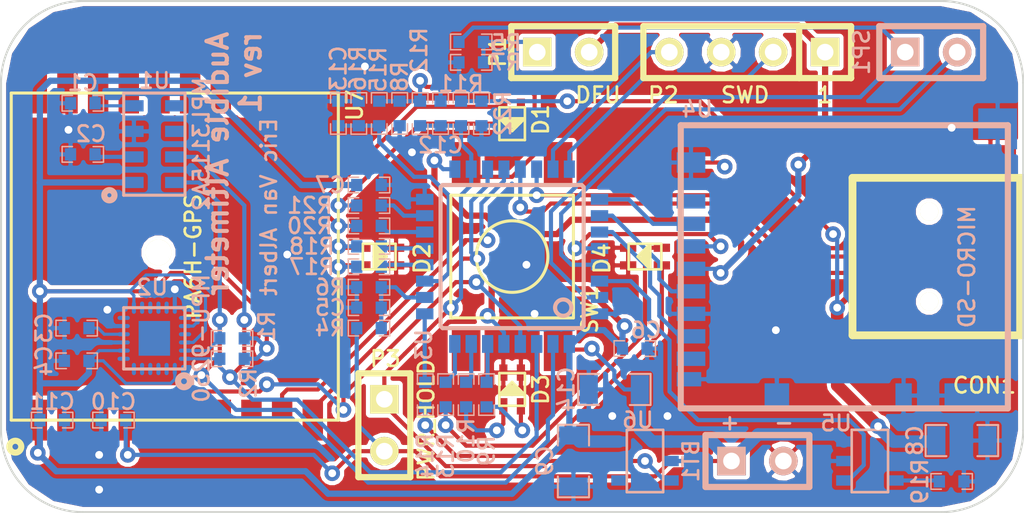
<source format=kicad_pcb>
(kicad_pcb (version 3) (host pcbnew "(2013-mar-13)-testing")
  (layers (15 F.Cu signal hide) (0 B.Cu signal hide) (18 B.Paste user) (19 F.Paste user) (20 B.SilkS user) (21 F.SilkS user hide) (22 B.Mask user) (23 F.Mask user) (28 Edge.Cuts user))
  (net 0 "")
  (net 1 +5V)
  (net 2 +BATT)
  (net 3 /BATT_MEAS)
  (net 4 /BUTTON)
  (net 5 /CHARGING)
  (net 6 /GPS_RX)
  (net 7 /GPS_TX)
  (net 8 /LED1)
  (net 9 /LED2)
  (net 10 /LED3)
  (net 11 /LED4)
  (net 12 /LED5)
  (net 13 /LED6)
  (net 14 /LED7)
  (net 15 /LED8)
  (net 16 /PWR_ON)
  (net 17 /RESET)
  (net 18 /SCL)
  (net 19 /SDA)
  (net 20 /SPI_CS)
  (net 21 /SPI_MISO)
  (net 22 /SPI_MOSI)
  (net 23 /SPI_SCK)
  (net 24 /SWCLK)
  (net 25 /SWDAT)
  (net 26 /USB_DM)
  (net 27 /USB_DP)
  (net 28 GND)
  (net 29 N-0000010)
  (net 30 N-0000011)
  (net 31 N-0000012)
  (net 32 N-0000014)
  (net 33 N-0000015)
  (net 34 N-0000016)
  (net 35 N-0000017)
  (net 36 N-0000018)
  (net 37 N-0000019)
  (net 38 N-0000020)
  (net 39 N-0000024)
  (net 40 N-0000025)
  (net 41 N-0000027)
  (net 42 N-0000028)
  (net 43 N-000003)
  (net 44 N-0000031)
  (net 45 N-0000032)
  (net 46 N-0000033)
  (net 47 N-0000040)
  (net 48 N-0000041)
  (net 49 N-0000042)
  (net 50 N-0000043)
  (net 51 N-0000047)
  (net 52 N-0000051)
  (net 53 N-0000052)
  (net 54 N-0000053)
  (net 55 N-0000054)
  (net 56 N-0000056)
  (net 57 N-0000057)
  (net 58 N-0000060)
  (net 59 N-0000061)
  (net 60 N-000008)
  (net 61 VDD)
  (module LGA_8 (layer B.Cu) (at 77.5 117)
    (fp_text reference U1 (at 0 -3.1) (layer B.SilkS) (effects (font (size 0.762 0.762) (thickness 0.13)) (justify mirror)))
    (fp_text value MPL3115A2 (at 2.3 0 90) (layer B.SilkS) (effects (font (size 0.762 0.762) (thickness 0.13)) (justify mirror)))
    (pad 5 smd rect (at 1 -0.625) (size 0.95 0.55) (layers B.Cu B.Paste B.Mask) (net 52 N-0000051))
    (pad 6 smd rect (at 1 -1.875) (size 0.95 0.55) (layers B.Cu B.Paste B.Mask) (net 53 N-0000052))
    (pad 7 smd rect (at 1 0.625) (size 0.95 0.55) (layers B.Cu B.Paste B.Mask) (net 19 /SDA))
    (pad 8 smd rect (at 1 1.875) (size 0.95 0.55) (layers B.Cu B.Paste B.Mask) (net 18 /SCL))
    (pad 1 smd rect (at -1 1.875) (size 0.95 0.55) (layers B.Cu B.Paste B.Mask) (net 61 VDD))
    (pad 2 smd rect (at -1 0.625) (size 0.95 0.55) (layers B.Cu B.Paste B.Mask) (net 54 N-0000053))
    (pad 3 smd rect (at -1 -0.625) (size 0.95 0.55) (layers B.Cu B.Paste B.Mask) (net 28 GND))
    (pad 4 smd rect (at -1 -1.875) (size 0.95 0.55) (layers B.Cu B.Paste B.Mask) (net 61 VDD))
  )
  (module SA0805 (layer B.Cu) (at 100 129 180)
    (fp_text reference C14 (at 2.35 0 270) (layer B.SilkS) (effects (font (size 0.762 0.762) (thickness 0.13)) (justify mirror)))
    (fp_text value 1u hide)
    (pad 1 smd rect (at -1.25 0 180) (size 0.889 1.397) (layers B.Cu B.Paste B.Mask) (net 2 +BATT))
    (pad 2 smd rect (at 1.25 0 180) (size 0.889 1.397) (layers B.Cu B.Paste B.Mask) (net 28 GND))
  )
  (module SA0805 (layer B.Cu) (at 98 132.5 270)
    (fp_text reference C9 (at 0 1.4 450) (layer B.SilkS) (effects (font (size 0.762 0.762) (thickness 0.13)) (justify mirror)))
    (fp_text value 2u2 hide)
    (pad 1 smd rect (at -1.25 0 270) (size 0.889 1.397) (layers B.Cu B.Paste B.Mask) (net 61 VDD))
    (pad 2 smd rect (at 1.25 0 270) (size 0.889 1.397) (layers B.Cu B.Paste B.Mask) (net 28 GND))
  )
  (module SA0805 (layer B.Cu) (at 117 131.5)
    (fp_text reference C8 (at -2.3 0 90) (layer B.SilkS) (effects (font (size 0.762 0.762) (thickness 0.13)) (justify mirror)))
    (fp_text value 1u hide)
    (pad 1 smd rect (at -1.25 0) (size 0.889 1.397) (layers B.Cu B.Paste B.Mask) (net 1 +5V))
    (pad 2 smd rect (at 1.25 0) (size 0.889 1.397) (layers B.Cu B.Paste B.Mask) (net 28 GND))
  )
  (module SOT23-5 (layer B.Cu) (at 112.5 132.5 90)
    (fp_text reference U5 (at 1.85 -1.65 360) (layer B.SilkS) (effects (font (size 0.762 0.762) (thickness 0.13)) (justify mirror)))
    (fp_text value MCP73831 hide)
    (pad 1 smd rect (at -0.9525 -1.27 90) (size 0.508 0.762) (layers B.Cu B.Paste B.Mask) (net 5 /CHARGING))
    (pad 3 smd rect (at 0.9525 -1.27 90) (size 0.508 0.762) (layers B.Cu B.Paste B.Mask) (net 2 +BATT))
    (pad 5 smd rect (at -0.9525 1.27 90) (size 0.508 0.762) (layers B.Cu B.Paste B.Mask) (net 51 N-0000047))
    (pad 2 smd rect (at 0 -1.27 90) (size 0.508 0.762) (layers B.Cu B.Paste B.Mask) (net 28 GND))
    (pad 4 smd rect (at 0.9525 1.27 90) (size 0.508 0.762) (layers B.Cu B.Paste B.Mask) (net 1 +5V))
  )
  (module SOT23-5 (layer B.Cu) (at 101.5 132.5 270)
    (fp_text reference U6 (at -2 0.35 540) (layer B.SilkS) (effects (font (size 0.762 0.762) (thickness 0.13)) (justify mirror)))
    (fp_text value MCP1824 hide)
    (pad 1 smd rect (at -0.9525 -1.27 270) (size 0.508 0.762) (layers B.Cu B.Paste B.Mask) (net 2 +BATT))
    (pad 3 smd rect (at 0.9525 -1.27 270) (size 0.508 0.762) (layers B.Cu B.Paste B.Mask) (net 16 /PWR_ON))
    (pad 5 smd rect (at -0.9525 1.27 270) (size 0.508 0.762) (layers B.Cu B.Paste B.Mask) (net 61 VDD))
    (pad 2 smd rect (at 0 -1.27 270) (size 0.508 0.762) (layers B.Cu B.Paste B.Mask) (net 28 GND))
    (pad 4 smd rect (at 0.9525 1.27 270) (size 0.508 0.762) (layers B.Cu B.Paste B.Mask) (net 59 N-0000061))
  )
  (module SIL-2 (layer B.Cu) (at 115.5 112.5)
    (fp_text reference SP1 (at -3.4 0 270) (layer B.SilkS) (effects (font (size 0.762 0.762) (thickness 0.13)) (justify mirror)))
    (fp_text value PIEZO hide)
    (pad 1 thru_hole rect (at -1.27 0) (size 1.397 1.397) (drill 0.8128) (layers *.Cu *.Mask B.SilkS) (net 55 N-0000054))
    (pad 2 thru_hole circle (at 1.27 0) (size 1.397 1.397) (drill 0.8128) (layers *.Cu *.Mask B.SilkS) (net 50 N-0000043))
  )
  (module DM3BT (layer B.Cu) (at 103.25 123 270)
    (fp_text reference U4 (at -7.7 -0.8 540) (layer B.SilkS) (effects (font (size 0.762 0.762) (thickness 0.13)) (justify mirror)))
    (fp_text value MICRO-SD (at 0 -14 450) (layer B.SilkS) (effects (font (size 0.762 0.762) (thickness 0.13)) (justify mirror)))
    (pad 1 smd rect (at -3.2 -0.5) (size 1.4 0.7) (layers B.Cu B.Paste B.Mask) (net 43 N-000003))
    (pad 2 smd rect (at -2.1 -0.5) (size 1.4 0.7) (layers B.Cu B.Paste B.Mask) (net 20 /SPI_CS))
    (pad 3 smd rect (at -1 -0.5) (size 1.4 0.7) (layers B.Cu B.Paste B.Mask) (net 22 /SPI_MOSI))
    (pad 4 smd rect (at 0.1 -0.5) (size 1.4 0.7) (layers B.Cu B.Paste B.Mask) (net 61 VDD))
    (pad 5 smd rect (at 1.2 -0.5) (size 1.4 0.7) (layers B.Cu B.Paste B.Mask) (net 23 /SPI_SCK))
    (pad 6 smd rect (at 2.3 -0.5) (size 1.4 0.7) (layers B.Cu B.Paste B.Mask) (net 28 GND))
    (pad 7 smd rect (at 3.4 -0.5) (size 1.4 0.7) (layers B.Cu B.Paste B.Mask) (net 21 /SPI_MISO))
    (pad 8 smd rect (at 4.5 -0.5) (size 1.4 0.7) (layers B.Cu B.Paste B.Mask) (net 60 N-000008))
    (pad 14 smd rect (at -5.1 -0.5) (size 1.4 1) (layers B.Cu B.Paste B.Mask) (net 28 GND))
    (pad 10 smd rect (at 5.5 -0.4) (size 1.2 0.7) (layers B.Cu B.Paste B.Mask) (net 28 GND))
    (pad 11 smd rect (at 6.3 -4.7) (size 1.2 1.2) (layers B.Cu B.Paste B.Mask) (net 28 GND))
    (pad 9 smd rect (at 6.3 -10.9) (size 0.8 1.2) (layers B.Cu B.Paste B.Mask) (net 28 GND))
    (pad 12 smd rect (at 6.3 -14.5) (size 3.2 1.2) (layers B.Cu B.Paste B.Mask) (net 28 GND))
    (pad 13 smd rect (at -7 -15.5) (size 1.9 1.5) (layers B.Cu B.Paste B.Mask) (net 28 GND))
    (pad 13 smd rect (at -6 -16.2) (size 0.5 0.5) (layers B.Cu B.Paste B.Mask) (net 28 GND))
  )
  (module USB_MINI_B (layer F.Cu) (at 116.25 122.5 180)
    (fp_text reference CON1 (at -1.85 -6.3 180) (layer F.SilkS) (effects (font (size 0.762 0.762) (thickness 0.13))))
    (fp_text value USB-MINI-B hide)
    (pad 1 smd rect (at 3.44932 -1.6002 180) (size 2.30124 0.50038) (layers F.Cu F.Paste F.Mask) (net 1 +5V))
    (pad 2 smd rect (at 3.44932 -0.8001 180) (size 2.30124 0.50038) (layers F.Cu F.Paste F.Mask) (net 26 /USB_DM))
    (pad 3 smd rect (at 3.44932 0 180) (size 2.30124 0.50038) (layers F.Cu F.Paste F.Mask) (net 27 /USB_DP))
    (pad 4 smd rect (at 3.44932 0.8001 180) (size 2.30124 0.50038) (layers F.Cu F.Paste F.Mask) (net 49 N-0000042))
    (pad 5 smd rect (at 3.44932 1.6002 180) (size 2.30124 0.50038) (layers F.Cu F.Paste F.Mask) (net 28 GND))
    (pad 6 smd rect (at 3.35026 -4.45008 180) (size 2.49936 1.99898) (layers F.Cu F.Paste F.Mask) (net 28 GND))
    (pad 7 smd rect (at -2.14884 -4.45008 180) (size 2.49936 1.99898) (layers F.Cu F.Paste F.Mask) (net 28 GND))
    (pad 8 smd rect (at 3.35026 4.45008 180) (size 2.49936 1.99898) (layers F.Cu F.Paste F.Mask) (net 28 GND))
    (pad 9 smd rect (at -2.14884 4.45008 180) (size 2.49936 1.99898) (layers F.Cu F.Paste F.Mask) (net 28 GND))
    (pad "" np_thru_hole circle (at 0.8509 -2.19964 180) (size 0.89916 0.89916) (drill 0.89916) (layers *.Cu *.Mask F.SilkS))
    (pad "" np_thru_hole circle (at 0.8509 2.19964 180) (size 0.89916 0.89916) (drill 0.89916) (layers *.Cu *.Mask F.SilkS))
  )
  (module SIL-2 (layer B.Cu) (at 107 132.5)
    (fp_text reference BT1 (at -3.25 0 90) (layer B.SilkS) (effects (font (size 0.762 0.762) (thickness 0.13)) (justify mirror)))
    (fp_text value BATTERY hide)
    (pad 1 thru_hole rect (at -1.27 0) (size 1.397 1.397) (drill 0.8128) (layers *.Cu *.Mask B.SilkS) (net 2 +BATT))
    (pad 2 thru_hole circle (at 1.27 0) (size 1.397 1.397) (drill 0.8128) (layers *.Cu *.Mask B.SilkS) (net 28 GND))
  )
  (module SA0402 (layer B.Cu) (at 74 115 180)
    (fp_text reference C1 (at 0 1 180) (layer B.SilkS) (effects (font (size 0.762 0.762) (thickness 0.13)) (justify mirror)))
    (fp_text value 100n hide)
    (pad 1 smd rect (at -0.6 0 180) (size 0.55 0.6) (layers B.Cu B.Paste B.Mask) (net 61 VDD))
    (pad 2 smd rect (at 0.6 0 180) (size 0.55 0.6) (layers B.Cu B.Paste B.Mask) (net 28 GND))
  )
  (module SA0402 (layer B.Cu) (at 74 117.5 180)
    (fp_text reference C2 (at -0.4 1 180) (layer B.SilkS) (effects (font (size 0.762 0.762) (thickness 0.13)) (justify mirror)))
    (fp_text value 100n hide)
    (pad 1 smd rect (at -0.6 0 180) (size 0.55 0.6) (layers B.Cu B.Paste B.Mask) (net 54 N-0000053))
    (pad 2 smd rect (at 0.6 0 180) (size 0.55 0.6) (layers B.Cu B.Paste B.Mask) (net 28 GND))
  )
  (module SA0402 (layer B.Cu) (at 73.7 126 180)
    (fp_text reference C3 (at 1.6 0 270) (layer B.SilkS) (effects (font (size 0.762 0.762) (thickness 0.13)) (justify mirror)))
    (fp_text value 100n hide)
    (pad 1 smd rect (at -0.6 0 180) (size 0.55 0.6) (layers B.Cu B.Paste B.Mask) (net 35 N-0000017))
    (pad 2 smd rect (at 0.6 0 180) (size 0.55 0.6) (layers B.Cu B.Paste B.Mask) (net 28 GND))
  )
  (module SA0402 (layer B.Cu) (at 73.7 127.6 180)
    (fp_text reference C4 (at 1.6 0 270) (layer B.SilkS) (effects (font (size 0.762 0.762) (thickness 0.13)) (justify mirror)))
    (fp_text value 100n hide)
    (pad 1 smd rect (at -0.6 0 180) (size 0.55 0.6) (layers B.Cu B.Paste B.Mask) (net 61 VDD))
    (pad 2 smd rect (at 0.6 0 180) (size 0.55 0.6) (layers B.Cu B.Paste B.Mask) (net 28 GND))
  )
  (module SA0402 (layer B.Cu) (at 88 125 180)
    (fp_text reference C5 (at 1.9 0 180) (layer B.SilkS) (effects (font (size 0.762 0.762) (thickness 0.13)) (justify mirror)))
    (fp_text value 100n hide)
    (pad 1 smd rect (at -0.6 0 180) (size 0.55 0.6) (layers B.Cu B.Paste B.Mask) (net 3 /BATT_MEAS))
    (pad 2 smd rect (at 0.6 0 180) (size 0.55 0.6) (layers B.Cu B.Paste B.Mask) (net 28 GND))
  )
  (module SA0402 (layer B.Cu) (at 101 127)
    (fp_text reference C6 (at 0.55 -0.9) (layer B.SilkS) (effects (font (size 0.762 0.762) (thickness 0.13)) (justify mirror)))
    (fp_text value 100n hide)
    (pad 1 smd rect (at -0.6 0) (size 0.55 0.6) (layers B.Cu B.Paste B.Mask) (net 61 VDD))
    (pad 2 smd rect (at 0.6 0) (size 0.55 0.6) (layers B.Cu B.Paste B.Mask) (net 28 GND))
  )
  (module SA0402 (layer B.Cu) (at 88 119)
    (fp_text reference C7 (at -1.9 0) (layer B.SilkS) (effects (font (size 0.762 0.762) (thickness 0.13)) (justify mirror)))
    (fp_text value 100n hide)
    (pad 1 smd rect (at -0.6 0) (size 0.55 0.6) (layers B.Cu B.Paste B.Mask) (net 61 VDD))
    (pad 2 smd rect (at 0.6 0) (size 0.55 0.6) (layers B.Cu B.Paste B.Mask) (net 28 GND))
  )
  (module SA0402 (layer B.Cu) (at 75.5 130.5 180)
    (fp_text reference C10 (at 0 0.9 180) (layer B.SilkS) (effects (font (size 0.762 0.762) (thickness 0.13)) (justify mirror)))
    (fp_text value 100n hide)
    (pad 1 smd rect (at -0.6 0 180) (size 0.55 0.6) (layers B.Cu B.Paste B.Mask) (net 2 +BATT))
    (pad 2 smd rect (at 0.6 0 180) (size 0.55 0.6) (layers B.Cu B.Paste B.Mask) (net 28 GND))
  )
  (module SA0402 (layer B.Cu) (at 72.5 130.5)
    (fp_text reference C11 (at 0 -0.9) (layer B.SilkS) (effects (font (size 0.762 0.762) (thickness 0.13)) (justify mirror)))
    (fp_text value 100n hide)
    (pad 1 smd rect (at -0.6 0) (size 0.55 0.6) (layers B.Cu B.Paste B.Mask) (net 61 VDD))
    (pad 2 smd rect (at 0.6 0) (size 0.55 0.6) (layers B.Cu B.Paste B.Mask) (net 28 GND))
  )
  (module SA0402 (layer B.Cu) (at 91.5 115.5 90)
    (fp_text reference C12 (at -1.55 0 180) (layer B.SilkS) (effects (font (size 0.762 0.762) (thickness 0.13)) (justify mirror)))
    (fp_text value 100n hide)
    (pad 1 smd rect (at -0.6 0 90) (size 0.55 0.6) (layers B.Cu B.Paste B.Mask) (net 16 /PWR_ON))
    (pad 2 smd rect (at 0.6 0 90) (size 0.55 0.6) (layers B.Cu B.Paste B.Mask) (net 28 GND))
  )
  (module SA0402 (layer B.Cu) (at 86.5 115.5 90)
    (fp_text reference C13 (at 2.2 0 90) (layer B.SilkS) (effects (font (size 0.762 0.762) (thickness 0.13)) (justify mirror)))
    (fp_text value 100n hide)
    (pad 1 smd rect (at -0.6 0 90) (size 0.55 0.6) (layers B.Cu B.Paste B.Mask) (net 4 /BUTTON))
    (pad 2 smd rect (at 0.6 0 90) (size 0.55 0.6) (layers B.Cu B.Paste B.Mask) (net 28 GND))
  )
  (module SA0605_DUAL_LED (layer F.Cu) (at 95 116 90)
    (fp_text reference D1 (at 0.2 1.4 270) (layer F.SilkS) (effects (font (size 0.762 0.762) (thickness 0.13))))
    (fp_text value DUAL_LED hide)
    (pad 1 smd rect (at 0.825 -0.43 90) (size 0.8 0.4) (layers F.Cu F.Paste F.Mask) (net 41 N-0000027))
    (pad 2 smd rect (at -0.825 -0.43 90) (size 0.8 0.4) (layers F.Cu F.Paste F.Mask) (net 28 GND))
    (pad 4 smd rect (at -0.825 0.43 90) (size 0.8 0.4) (layers F.Cu F.Paste F.Mask) (net 28 GND))
    (pad 3 smd rect (at 0.825 0.43 90) (size 0.8 0.4) (layers F.Cu F.Paste F.Mask) (net 42 N-0000028))
  )
  (module SA0605_DUAL_LED (layer F.Cu) (at 88.5 122.5 180)
    (fp_text reference D2 (at -2.1 -0.1 270) (layer F.SilkS) (effects (font (size 0.762 0.762) (thickness 0.13))))
    (fp_text value DUAL_LED hide)
    (pad 1 smd rect (at 0.825 -0.43 180) (size 0.8 0.4) (layers F.Cu F.Paste F.Mask) (net 40 N-0000025))
    (pad 2 smd rect (at -0.825 -0.43 180) (size 0.8 0.4) (layers F.Cu F.Paste F.Mask) (net 28 GND))
    (pad 4 smd rect (at -0.825 0.43 180) (size 0.8 0.4) (layers F.Cu F.Paste F.Mask) (net 28 GND))
    (pad 3 smd rect (at 0.825 0.43 180) (size 0.8 0.4) (layers F.Cu F.Paste F.Mask) (net 39 N-0000024))
  )
  (module SA0605_DUAL_LED (layer F.Cu) (at 95 129 270)
    (fp_text reference D3 (at 0 -1.4 450) (layer F.SilkS) (effects (font (size 0.762 0.762) (thickness 0.13))))
    (fp_text value DUAL_LED hide)
    (pad 1 smd rect (at 0.825 -0.43 270) (size 0.8 0.4) (layers F.Cu F.Paste F.Mask) (net 44 N-0000031))
    (pad 2 smd rect (at -0.825 -0.43 270) (size 0.8 0.4) (layers F.Cu F.Paste F.Mask) (net 28 GND))
    (pad 4 smd rect (at -0.825 0.43 270) (size 0.8 0.4) (layers F.Cu F.Paste F.Mask) (net 28 GND))
    (pad 3 smd rect (at 0.825 0.43 270) (size 0.8 0.4) (layers F.Cu F.Paste F.Mask) (net 45 N-0000032))
  )
  (module SA0605_DUAL_LED (layer F.Cu) (at 101.5 122.5)
    (fp_text reference D4 (at -2.1 0.1 90) (layer F.SilkS) (effects (font (size 0.762 0.762) (thickness 0.13))))
    (fp_text value DUAL_LED hide)
    (pad 1 smd rect (at 0.825 -0.43) (size 0.8 0.4) (layers F.Cu F.Paste F.Mask) (net 47 N-0000040))
    (pad 2 smd rect (at -0.825 -0.43) (size 0.8 0.4) (layers F.Cu F.Paste F.Mask) (net 28 GND))
    (pad 4 smd rect (at -0.825 0.43) (size 0.8 0.4) (layers F.Cu F.Paste F.Mask) (net 28 GND))
    (pad 3 smd rect (at 0.825 0.43) (size 0.8 0.4) (layers F.Cu F.Paste F.Mask) (net 48 N-0000041))
  )
  (module SIL-2 (layer F.Cu) (at 97.5 112.5)
    (fp_text reference P1 (at -3.2 0 90) (layer F.SilkS) (effects (font (size 0.762 0.762) (thickness 0.13))))
    (fp_text value BOOT hide)
    (pad 1 thru_hole rect (at -1.27 0) (size 1.397 1.397) (drill 0.8128) (layers *.Cu *.Mask F.SilkS) (net 56 N-0000056))
    (pad 2 thru_hole circle (at 1.27 0) (size 1.397 1.397) (drill 0.8128) (layers *.Cu *.Mask F.SilkS) (net 61 VDD))
  )
  (module SIL-4 (layer F.Cu) (at 106.5 112.5 180)
    (fp_text reference P2 (at 4.1 -2.1 180) (layer F.SilkS) (effects (font (size 0.762 0.762) (thickness 0.13))))
    (fp_text value SWD hide)
    (pad 1 thru_hole rect (at -3.81 0 180) (size 1.397 1.397) (drill 0.8128) (layers *.Cu *.Mask F.SilkS) (net 61 VDD))
    (pad 2 thru_hole circle (at -1.27 0 180) (size 1.397 1.397) (drill 0.8128) (layers *.Cu *.Mask F.SilkS) (net 24 /SWCLK))
    (pad 3 thru_hole circle (at 1.27 0 180) (size 1.397 1.397) (drill 0.8128) (layers *.Cu *.Mask F.SilkS) (net 28 GND))
    (pad 4 thru_hole circle (at 3.81 0 180) (size 1.397 1.397) (drill 0.8128) (layers *.Cu *.Mask F.SilkS) (net 25 /SWDAT))
  )
  (module SIL-2 (layer F.Cu) (at 88.75 130.75 270)
    (fp_text reference P3 (at -3.25 -0.05 360) (layer F.SilkS) (effects (font (size 0.762 0.762) (thickness 0.13))))
    (fp_text value PWR_HOLD hide)
    (pad 1 thru_hole rect (at -1.27 0 270) (size 1.397 1.397) (drill 0.8128) (layers *.Cu *.Mask F.SilkS) (net 16 /PWR_ON))
    (pad 2 thru_hole circle (at 1.27 0 270) (size 1.397 1.397) (drill 0.8128) (layers *.Cu *.Mask F.SilkS) (net 2 +BATT))
  )
  (module SA0402 (layer B.Cu) (at 81.3 126.5 180)
    (fp_text reference R1 (at -1.7 0.6 270) (layer B.SilkS) (effects (font (size 0.762 0.762) (thickness 0.13)) (justify mirror)))
    (fp_text value 4K7 hide)
    (pad 1 smd rect (at -0.6 0 180) (size 0.55 0.6) (layers B.Cu B.Paste B.Mask) (net 61 VDD))
    (pad 2 smd rect (at 0.6 0 180) (size 0.55 0.6) (layers B.Cu B.Paste B.Mask) (net 18 /SCL))
  )
  (module SA0402 (layer B.Cu) (at 81.3 127.5 180)
    (fp_text reference R2 (at -0.8 -1.2 270) (layer B.SilkS) (effects (font (size 0.762 0.762) (thickness 0.13)) (justify mirror)))
    (fp_text value 4K7 hide)
    (pad 1 smd rect (at -0.6 0 180) (size 0.55 0.6) (layers B.Cu B.Paste B.Mask) (net 61 VDD))
    (pad 2 smd rect (at 0.6 0 180) (size 0.55 0.6) (layers B.Cu B.Paste B.Mask) (net 19 /SDA))
  )
  (module SA0402 (layer B.Cu) (at 88 126)
    (fp_text reference R4 (at -1.9 0) (layer B.SilkS) (effects (font (size 0.762 0.762) (thickness 0.13)) (justify mirror)))
    (fp_text value 1M hide)
    (pad 1 smd rect (at -0.6 0) (size 0.55 0.6) (layers B.Cu B.Paste B.Mask) (net 2 +BATT))
    (pad 2 smd rect (at 0.6 0) (size 0.55 0.6) (layers B.Cu B.Paste B.Mask) (net 3 /BATT_MEAS))
  )
  (module SA0402 (layer B.Cu) (at 93 112 180)
    (fp_text reference R5 (at -1.7 -0.05 180) (layer B.SilkS) (effects (font (size 0.762 0.762) (thickness 0.13)) (justify mirror)))
    (fp_text value 10K hide)
    (pad 1 smd rect (at -0.6 0 180) (size 0.55 0.6) (layers B.Cu B.Paste B.Mask) (net 56 N-0000056))
    (pad 2 smd rect (at 0.6 0 180) (size 0.55 0.6) (layers B.Cu B.Paste B.Mask) (net 55 N-0000054))
  )
  (module SA0402 (layer B.Cu) (at 88 124)
    (fp_text reference R6 (at -1.9 0) (layer B.SilkS) (effects (font (size 0.762 0.762) (thickness 0.13)) (justify mirror)))
    (fp_text value 2.2M hide)
    (pad 1 smd rect (at -0.6 0) (size 0.55 0.6) (layers B.Cu B.Paste B.Mask) (net 28 GND))
    (pad 2 smd rect (at 0.6 0) (size 0.55 0.6) (layers B.Cu B.Paste B.Mask) (net 3 /BATT_MEAS))
  )
  (module SA0402 (layer B.Cu) (at 93 113 180)
    (fp_text reference R7 (at -1.7 0 180) (layer B.SilkS) (effects (font (size 0.762 0.762) (thickness 0.13)) (justify mirror)))
    (fp_text value 10K hide)
    (pad 1 smd rect (at -0.6 0 180) (size 0.55 0.6) (layers B.Cu B.Paste B.Mask) (net 56 N-0000056))
    (pad 2 smd rect (at 0.6 0 180) (size 0.55 0.6) (layers B.Cu B.Paste B.Mask) (net 28 GND))
  )
  (module SA0402 (layer B.Cu) (at 89.5 115.5 270)
    (fp_text reference R8 (at -1.8 0 270) (layer B.SilkS) (effects (font (size 0.762 0.762) (thickness 0.13)) (justify mirror)))
    (fp_text value 2K2 hide)
    (pad 1 smd rect (at -0.6 0 270) (size 0.55 0.6) (layers B.Cu B.Paste B.Mask) (net 57 N-0000057))
    (pad 2 smd rect (at 0.6 0 270) (size 0.55 0.6) (layers B.Cu B.Paste B.Mask) (net 28 GND))
  )
  (module SA0402 (layer B.Cu) (at 93.75 129.25 270)
    (fp_text reference R9 (at 2.75 0 270) (layer B.SilkS) (effects (font (size 0.762 0.762) (thickness 0.13)) (justify mirror)))
    (fp_text value 68R hide)
    (pad 1 smd rect (at -0.6 0 270) (size 0.55 0.6) (layers B.Cu B.Paste B.Mask) (net 8 /LED1))
    (pad 2 smd rect (at 0.6 0 270) (size 0.55 0.6) (layers B.Cu B.Paste B.Mask) (net 44 N-0000031))
  )
  (module SA0402 (layer B.Cu) (at 92.75 129.25 270)
    (fp_text reference R10 (at 2.25 0 270) (layer B.SilkS) (effects (font (size 0.762 0.762) (thickness 0.13)) (justify mirror)))
    (fp_text value 68R hide)
    (pad 1 smd rect (at -0.6 0 270) (size 0.55 0.6) (layers B.Cu B.Paste B.Mask) (net 9 /LED2))
    (pad 2 smd rect (at 0.6 0 270) (size 0.55 0.6) (layers B.Cu B.Paste B.Mask) (net 45 N-0000032))
  )
  (module SA0402 (layer B.Cu) (at 92.5 115.5 270)
    (fp_text reference R11 (at -1.45 0 360) (layer B.SilkS) (effects (font (size 0.762 0.762) (thickness 0.13)) (justify mirror)))
    (fp_text value 100K hide)
    (pad 1 smd rect (at -0.6 0 270) (size 0.55 0.6) (layers B.Cu B.Paste B.Mask) (net 1 +5V))
    (pad 2 smd rect (at 0.6 0 270) (size 0.55 0.6) (layers B.Cu B.Paste B.Mask) (net 16 /PWR_ON))
  )
  (module SA0402 (layer B.Cu) (at 90.5 115.5 270)
    (fp_text reference R12 (at -3.1 0.05 270) (layer B.SilkS) (effects (font (size 0.762 0.762) (thickness 0.13)) (justify mirror)))
    (fp_text value 100K hide)
    (pad 1 smd rect (at -0.6 0 270) (size 0.55 0.6) (layers B.Cu B.Paste B.Mask) (net 57 N-0000057))
    (pad 2 smd rect (at 0.6 0 270) (size 0.55 0.6) (layers B.Cu B.Paste B.Mask) (net 16 /PWR_ON))
  )
  (module SA0402 (layer B.Cu) (at 91.75 129.25 270)
    (fp_text reference R13 (at 3 0 270) (layer B.SilkS) (effects (font (size 0.762 0.762) (thickness 0.13)) (justify mirror)))
    (fp_text value 68R hide)
    (pad 1 smd rect (at -0.6 0 270) (size 0.55 0.6) (layers B.Cu B.Paste B.Mask) (net 10 /LED3))
    (pad 2 smd rect (at 0.6 0 270) (size 0.55 0.6) (layers B.Cu B.Paste B.Mask) (net 47 N-0000040))
  )
  (module SA0402 (layer B.Cu) (at 90.75 129.25 270)
    (fp_text reference R14 (at 3 0 270) (layer B.SilkS) (effects (font (size 0.762 0.762) (thickness 0.13)) (justify mirror)))
    (fp_text value 68R hide)
    (pad 1 smd rect (at -0.6 0 270) (size 0.55 0.6) (layers B.Cu B.Paste B.Mask) (net 11 /LED4))
    (pad 2 smd rect (at 0.6 0 270) (size 0.55 0.6) (layers B.Cu B.Paste B.Mask) (net 48 N-0000041))
  )
  (module SA0402 (layer B.Cu) (at 88.5 115.5 270)
    (fp_text reference R15 (at -2.15 0.05 270) (layer B.SilkS) (effects (font (size 0.762 0.762) (thickness 0.13)) (justify mirror)))
    (fp_text value 4K7 hide)
    (pad 1 smd rect (at -0.6 0 270) (size 0.55 0.6) (layers B.Cu B.Paste B.Mask) (net 57 N-0000057))
    (pad 2 smd rect (at 0.6 0 270) (size 0.55 0.6) (layers B.Cu B.Paste B.Mask) (net 4 /BUTTON))
  )
  (module SA0402 (layer B.Cu) (at 87.5 115.5 270)
    (fp_text reference R16 (at -2.2 0.05 270) (layer B.SilkS) (effects (font (size 0.762 0.762) (thickness 0.13)) (justify mirror)))
    (fp_text value 10K hide)
    (pad 1 smd rect (at -0.6 0 270) (size 0.55 0.6) (layers B.Cu B.Paste B.Mask) (net 28 GND))
    (pad 2 smd rect (at 0.6 0 270) (size 0.55 0.6) (layers B.Cu B.Paste B.Mask) (net 4 /BUTTON))
  )
  (module SA0402 (layer B.Cu) (at 88 123 180)
    (fp_text reference R17 (at 2.8 0 180) (layer B.SilkS) (effects (font (size 0.762 0.762) (thickness 0.13)) (justify mirror)))
    (fp_text value 68R hide)
    (pad 1 smd rect (at -0.6 0 180) (size 0.55 0.6) (layers B.Cu B.Paste B.Mask) (net 12 /LED5))
    (pad 2 smd rect (at 0.6 0 180) (size 0.55 0.6) (layers B.Cu B.Paste B.Mask) (net 40 N-0000025))
  )
  (module SA0402 (layer B.Cu) (at 88 122 180)
    (fp_text reference R18 (at 2.8 0 180) (layer B.SilkS) (effects (font (size 0.762 0.762) (thickness 0.13)) (justify mirror)))
    (fp_text value 68R hide)
    (pad 1 smd rect (at -0.6 0 180) (size 0.55 0.6) (layers B.Cu B.Paste B.Mask) (net 13 /LED6))
    (pad 2 smd rect (at 0.6 0 180) (size 0.55 0.6) (layers B.Cu B.Paste B.Mask) (net 39 N-0000024))
  )
  (module SA0402 (layer B.Cu) (at 116.5 133.5)
    (fp_text reference R19 (at -1.55 0 90) (layer B.SilkS) (effects (font (size 0.762 0.762) (thickness 0.13)) (justify mirror)))
    (fp_text value 2K hide)
    (pad 1 smd rect (at -0.6 0) (size 0.55 0.6) (layers B.Cu B.Paste B.Mask) (net 51 N-0000047))
    (pad 2 smd rect (at 0.6 0) (size 0.55 0.6) (layers B.Cu B.Paste B.Mask) (net 28 GND))
  )
  (module SA0402 (layer B.Cu) (at 88 121 180)
    (fp_text reference R20 (at 2.9 0 180) (layer B.SilkS) (effects (font (size 0.762 0.762) (thickness 0.13)) (justify mirror)))
    (fp_text value 68R hide)
    (pad 1 smd rect (at -0.6 0 180) (size 0.55 0.6) (layers B.Cu B.Paste B.Mask) (net 14 /LED7))
    (pad 2 smd rect (at 0.6 0 180) (size 0.55 0.6) (layers B.Cu B.Paste B.Mask) (net 41 N-0000027))
  )
  (module SA0402 (layer B.Cu) (at 88 120 180)
    (fp_text reference R21 (at 2.9 0 180) (layer B.SilkS) (effects (font (size 0.762 0.762) (thickness 0.13)) (justify mirror)))
    (fp_text value 68R hide)
    (pad 1 smd rect (at -0.6 0 180) (size 0.55 0.6) (layers B.Cu B.Paste B.Mask) (net 15 /LED8))
    (pad 2 smd rect (at 0.6 0 180) (size 0.55 0.6) (layers B.Cu B.Paste B.Mask) (net 42 N-0000028))
  )
  (module TACT-SW-SMD (layer F.Cu) (at 95 122.5)
    (fp_text reference SW1 (at 3.8 2.6 90) (layer F.SilkS) (effects (font (size 0.762 0.762) (thickness 0.13))))
    (fp_text value BUTTON hide)
    (pad 1 smd rect (at 2.25 -4.55) (size 1.4 2.1) (layers F.Cu F.Paste F.Mask) (net 46 N-0000033))
    (pad 2 smd rect (at 2.25 4.55) (size 1.4 2.1) (layers F.Cu F.Paste F.Mask) (net 2 +BATT))
    (pad 3 smd rect (at -2.25 -4.55) (size 1.4 2.1) (layers F.Cu F.Paste F.Mask) (net 57 N-0000057))
    (pad 4 smd rect (at -2.25 4.55) (size 1.4 2.1) (layers F.Cu F.Paste F.Mask) (net 58 N-0000060))
  )
  (module LQFP32 (layer B.Cu) (at 95 122.5 90)
    (fp_text reference U3 (at -4.318 -4.318 90) (layer B.SilkS) (effects (font (size 0.762 0.762) (thickness 0.13)) (justify mirror)))
    (fp_text value STM32F042-32 hide)
    (pad 8 smd rect (at -4.275 -2.8 90) (size 0.85 0.54) (layers B.Cu B.Paste B.Mask) (net 10 /LED3))
    (pad 7 smd rect (at -4.275 -2 90) (size 0.85 0.54) (layers B.Cu B.Paste B.Mask) (net 9 /LED2))
    (pad 6 smd rect (at -4.275 -1.2 90) (size 0.85 0.54) (layers B.Cu B.Paste B.Mask) (net 8 /LED1))
    (pad 5 smd rect (at -4.275 -0.4 90) (size 0.85 0.54) (layers B.Cu B.Paste B.Mask) (net 61 VDD))
    (pad 4 smd rect (at -4.275 0.4 90) (size 0.85 0.54) (layers B.Cu B.Paste B.Mask) (net 17 /RESET))
    (pad 3 smd rect (at -4.275 1.2 90) (size 0.85 0.54) (layers B.Cu B.Paste B.Mask) (net 19 /SDA))
    (pad 2 smd rect (at -4.275 2 90) (size 0.85 0.54) (layers B.Cu B.Paste B.Mask) (net 18 /SCL))
    (pad 1 smd rect (at -4.275 2.8 90) (size 0.85 0.54) (layers B.Cu B.Paste B.Mask) (net 61 VDD))
    (pad 1 smd rect (at -4.275 2.8 90) (size 0.85 0.54) (layers B.Cu B.Paste B.Mask) (net 61 VDD))
    (pad 2 smd rect (at -4.275 2 90) (size 0.85 0.54) (layers B.Cu B.Paste B.Mask) (net 18 /SCL))
    (pad 3 smd rect (at -4.275 1.2 90) (size 0.85 0.54) (layers B.Cu B.Paste B.Mask) (net 19 /SDA))
    (pad 4 smd rect (at -4.275 0.4 90) (size 0.85 0.54) (layers B.Cu B.Paste B.Mask) (net 17 /RESET))
    (pad 5 smd rect (at -4.275 -0.4 90) (size 0.85 0.54) (layers B.Cu B.Paste B.Mask) (net 61 VDD))
    (pad 6 smd rect (at -4.275 -1.2 90) (size 0.85 0.54) (layers B.Cu B.Paste B.Mask) (net 8 /LED1))
    (pad 7 smd rect (at -4.275 -2 90) (size 0.85 0.54) (layers B.Cu B.Paste B.Mask) (net 9 /LED2))
    (pad 8 smd rect (at -4.275 -2.8 90) (size 0.85 0.54) (layers B.Cu B.Paste B.Mask) (net 10 /LED3))
    (pad 8 smd rect (at -4.275 -2.8 90) (size 0.85 0.54) (layers B.Cu B.Paste B.Mask) (net 10 /LED3))
    (pad 7 smd rect (at -4.275 -2 90) (size 0.85 0.54) (layers B.Cu B.Paste B.Mask) (net 9 /LED2))
    (pad 6 smd rect (at -4.275 -1.2 90) (size 0.85 0.54) (layers B.Cu B.Paste B.Mask) (net 8 /LED1))
    (pad 5 smd rect (at -4.275 -0.4 90) (size 0.85 0.54) (layers B.Cu B.Paste B.Mask) (net 61 VDD))
    (pad 4 smd rect (at -4.275 0.4 90) (size 0.85 0.54) (layers B.Cu B.Paste B.Mask) (net 17 /RESET))
    (pad 3 smd rect (at -4.275 1.2 90) (size 0.85 0.54) (layers B.Cu B.Paste B.Mask) (net 19 /SDA))
    (pad 2 smd rect (at -4.275 2 90) (size 0.85 0.54) (layers B.Cu B.Paste B.Mask) (net 18 /SCL))
    (pad 1 smd rect (at -4.275 2.8 90) (size 0.85 0.54) (layers B.Cu B.Paste B.Mask) (net 61 VDD))
    (pad 1 smd rect (at -4.275 2.8 90) (size 0.85 0.54) (layers B.Cu B.Paste B.Mask) (net 61 VDD))
    (pad 2 smd rect (at -4.275 2 90) (size 0.85 0.54) (layers B.Cu B.Paste B.Mask) (net 18 /SCL))
    (pad 3 smd rect (at -4.275 1.2 90) (size 0.85 0.54) (layers B.Cu B.Paste B.Mask) (net 19 /SDA))
    (pad 4 smd rect (at -4.275 0.4 90) (size 0.85 0.54) (layers B.Cu B.Paste B.Mask) (net 17 /RESET))
    (pad 5 smd rect (at -4.275 -0.4 90) (size 0.85 0.54) (layers B.Cu B.Paste B.Mask) (net 61 VDD))
    (pad 6 smd rect (at -4.275 -1.2 90) (size 0.85 0.54) (layers B.Cu B.Paste B.Mask) (net 8 /LED1))
    (pad 7 smd rect (at -4.275 -2 90) (size 0.85 0.54) (layers B.Cu B.Paste B.Mask) (net 9 /LED2))
    (pad 8 smd rect (at -4.275 -2.8 90) (size 0.85 0.54) (layers B.Cu B.Paste B.Mask) (net 10 /LED3))
    (pad 9 smd rect (at -2.8 -4.275 90) (size 0.54 0.85) (layers B.Cu B.Paste B.Mask) (net 11 /LED4))
    (pad 10 smd rect (at -2 -4.275 90) (size 0.54 0.85) (layers B.Cu B.Paste B.Mask) (net 3 /BATT_MEAS))
    (pad 11 smd rect (at -1.2 -4.275 90) (size 0.54 0.85) (layers B.Cu B.Paste B.Mask) (net 4 /BUTTON))
    (pad 12 smd rect (at -0.4 -4.275 90) (size 0.54 0.85) (layers B.Cu B.Paste B.Mask) (net 12 /LED5))
    (pad 13 smd rect (at 0.4 -4.275 90) (size 0.54 0.85) (layers B.Cu B.Paste B.Mask) (net 13 /LED6))
    (pad 14 smd rect (at 1.2 -4.275 90) (size 0.54 0.85) (layers B.Cu B.Paste B.Mask) (net 14 /LED7))
    (pad 15 smd rect (at 2 -4.275 90) (size 0.54 0.85) (layers B.Cu B.Paste B.Mask) (net 15 /LED8))
    (pad 16 smd rect (at 2.8 -4.275 90) (size 0.54 0.85) (layers B.Cu B.Paste B.Mask) (net 28 GND))
    (pad 17 smd rect (at 4.275 -2.8 90) (size 0.85 0.54) (layers B.Cu B.Paste B.Mask) (net 61 VDD))
    (pad 18 smd rect (at 4.275 -2 90) (size 0.85 0.54) (layers B.Cu B.Paste B.Mask) (net 16 /PWR_ON))
    (pad 19 smd rect (at 4.275 -1.2 90) (size 0.85 0.54) (layers B.Cu B.Paste B.Mask) (net 6 /GPS_RX))
    (pad 20 smd rect (at 4.275 -0.4 90) (size 0.85 0.54) (layers B.Cu B.Paste B.Mask) (net 7 /GPS_TX))
    (pad 21 smd rect (at 4.275 0.4 90) (size 0.85 0.54) (layers B.Cu B.Paste B.Mask) (net 26 /USB_DM))
    (pad 22 smd rect (at 4.275 1.2 90) (size 0.85 0.54) (layers B.Cu B.Paste B.Mask) (net 27 /USB_DP))
    (pad 23 smd rect (at 4.275 2 90) (size 0.85 0.54) (layers B.Cu B.Paste B.Mask) (net 25 /SWDAT))
    (pad 24 smd rect (at 4.275 2.8 90) (size 0.85 0.54) (layers B.Cu B.Paste B.Mask) (net 24 /SWCLK))
    (pad 25 smd rect (at 2.8 4.275 90) (size 0.54 0.85) (layers B.Cu B.Paste B.Mask) (net 20 /SPI_CS))
    (pad 26 smd rect (at 2 4.275 90) (size 0.54 0.85) (layers B.Cu B.Paste B.Mask) (net 23 /SPI_SCK))
    (pad 27 smd rect (at 1.2 4.275 90) (size 0.54 0.85) (layers B.Cu B.Paste B.Mask) (net 21 /SPI_MISO))
    (pad 28 smd rect (at 0.4 4.275 90) (size 0.54 0.85) (layers B.Cu B.Paste B.Mask) (net 22 /SPI_MOSI))
    (pad 29 smd rect (at -0.4 4.275 90) (size 0.54 0.85) (layers B.Cu B.Paste B.Mask) (net 50 N-0000043))
    (pad 30 smd rect (at -1.2 4.275 90) (size 0.54 0.85) (layers B.Cu B.Paste B.Mask) (net 5 /CHARGING))
    (pad 31 smd rect (at -2 4.275 90) (size 0.54 0.85) (layers B.Cu B.Paste B.Mask) (net 55 N-0000054))
    (pad 32 smd rect (at -2.8 4.275 90) (size 0.54 0.85) (layers B.Cu B.Paste B.Mask) (net 28 GND))
  )
  (module PA6H-GPS (layer F.Cu) (at 78.5 122.5 90)
    (fp_text reference U7 (at 7.4 8.8 270) (layer F.SilkS) (effects (font (size 0.762 0.762) (thickness 0.13))))
    (fp_text value PA6H-GPS (at 0 0.9 90) (layer F.SilkS) (effects (font (size 0.762 0.762) (thickness 0.13))))
    (pad 11 smd rect (at 8 6.75 90) (size 2 1) (layers F.Cu F.Paste F.Mask) (net 29 N-0000010))
    (pad 12 smd rect (at 8 5.25 90) (size 2 1) (layers F.Cu F.Paste F.Mask) (net 28 GND))
    (pad 13 smd rect (at 8 3.75 90) (size 2 1) (layers F.Cu F.Paste F.Mask) (net 30 N-0000011))
    (pad 14 smd rect (at 8 2.25 90) (size 2 1) (layers F.Cu F.Paste F.Mask) (net 31 N-0000012))
    (pad 15 smd rect (at 8 0.75 90) (size 2 1) (layers F.Cu F.Paste F.Mask))
    (pad 16 smd rect (at 8 -0.75 90) (size 2 1) (layers F.Cu F.Paste F.Mask))
    (pad 17 smd rect (at 8 -2.25 90) (size 2 1) (layers F.Cu F.Paste F.Mask))
    (pad 18 smd rect (at 8 -3.75 90) (size 2 1) (layers F.Cu F.Paste F.Mask))
    (pad 19 smd rect (at 8 -5.25 90) (size 2 1) (layers F.Cu F.Paste F.Mask) (net 28 GND))
    (pad 20 smd rect (at 8 -6.75 90) (size 2 1) (layers F.Cu F.Paste F.Mask))
    (pad 1 smd rect (at -8 -6.75 90) (size 2 1) (layers F.Cu F.Paste F.Mask) (net 61 VDD))
    (pad 2 smd rect (at -8 -5.25 90) (size 2 1) (layers F.Cu F.Paste F.Mask) (net 17 /RESET))
    (pad 3 smd rect (at -8 -3.75 90) (size 2 1) (layers F.Cu F.Paste F.Mask) (net 28 GND))
    (pad 4 smd rect (at -8 -2.25 90) (size 2 1) (layers F.Cu F.Paste F.Mask) (net 2 +BATT))
    (pad 5 smd rect (at -8 -0.75 90) (size 2 1) (layers F.Cu F.Paste F.Mask) (net 32 N-0000014))
    (pad 6 smd rect (at -8 0.75 90) (size 2 1) (layers F.Cu F.Paste F.Mask))
    (pad 7 smd rect (at -8 2.25 90) (size 2 1) (layers F.Cu F.Paste F.Mask))
    (pad 8 smd rect (at -8 3.75 90) (size 2 1) (layers F.Cu F.Paste F.Mask) (net 28 GND))
    (pad 9 smd rect (at -8 5.25 90) (size 2 1) (layers F.Cu F.Paste F.Mask) (net 7 /GPS_TX))
    (pad 10 smd rect (at -8 6.75 90) (size 2 1) (layers F.Cu F.Paste F.Mask) (net 6 /GPS_RX))
    (pad "" np_thru_hole circle (at 0.2 -0.8 90) (size 1.27 1.27) (drill 1.27) (layers *.Cu *.Mask F.SilkS))
  )
  (module 24-QFN_3x3 (layer B.Cu) (at 77.5 126.5 90)
    (fp_text reference U2 (at 2.5 -0.1 180) (layer B.SilkS) (effects (font (size 0.762 0.762) (thickness 0.13)) (justify mirror)))
    (fp_text value MPU-9250 (at 0 2.3 90) (layer B.SilkS) (effects (font (size 0.762 0.762) (thickness 0.13)) (justify mirror)))
    (pad 18 smd oval (at 1.5 1 270) (size 0.6 0.2) (layers B.Cu B.Paste B.Mask) (net 28 GND))
    (pad 17 smd oval (at 1.5 0.6 270) (size 0.6 0.2) (layers B.Cu B.Paste B.Mask))
    (pad 16 smd oval (at 1.5 0.2 270) (size 0.6 0.2) (layers B.Cu B.Paste B.Mask))
    (pad 15 smd oval (at 1.5 -0.2 270) (size 0.6 0.2) (layers B.Cu B.Paste B.Mask))
    (pad 14 smd oval (at 1.5 -0.6 270) (size 0.6 0.2) (layers B.Cu B.Paste B.Mask))
    (pad 13 smd oval (at 1.5 -1 270) (size 0.6 0.2) (layers B.Cu B.Paste B.Mask) (net 61 VDD))
    (pad 19 smd oval (at 1 1.5 180) (size 0.6 0.2) (layers B.Cu B.Paste B.Mask) (net 34 N-0000016))
    (pad 20 smd oval (at 0.6 1.5 180) (size 0.6 0.2) (layers B.Cu B.Paste B.Mask) (net 28 GND))
    (pad 21 smd oval (at 0.2 1.5 180) (size 0.6 0.2) (layers B.Cu B.Paste B.Mask) (net 36 N-0000018))
    (pad 22 smd oval (at -0.2 1.5 180) (size 0.6 0.2) (layers B.Cu B.Paste B.Mask) (net 61 VDD))
    (pad 23 smd oval (at -0.6 1.5 180) (size 0.6 0.2) (layers B.Cu B.Paste B.Mask) (net 18 /SCL))
    (pad 24 smd oval (at -1 1.5 180) (size 0.6 0.2) (layers B.Cu B.Paste B.Mask) (net 19 /SDA))
    (pad 12 smd oval (at 1 -1.5) (size 0.6 0.2) (layers B.Cu B.Paste B.Mask) (net 37 N-0000019))
    (pad 11 smd oval (at 0.6 -1.5) (size 0.6 0.2) (layers B.Cu B.Paste B.Mask) (net 28 GND))
    (pad 10 smd oval (at 0.2 -1.5) (size 0.6 0.2) (layers B.Cu B.Paste B.Mask) (net 35 N-0000017))
    (pad 9 smd oval (at -0.2 -1.5) (size 0.6 0.2) (layers B.Cu B.Paste B.Mask) (net 28 GND))
    (pad 8 smd oval (at -0.6 -1.5) (size 0.6 0.2) (layers B.Cu B.Paste B.Mask) (net 61 VDD))
    (pad 7 smd oval (at -1 -1.5) (size 0.6 0.2) (layers B.Cu B.Paste B.Mask) (net 33 N-0000015))
    (pad 1 smd oval (at -1.5 1 90) (size 0.6 0.2) (layers B.Cu B.Paste B.Mask) (net 61 VDD))
    (pad 2 smd oval (at -1.5 0.6 90) (size 0.6 0.2) (layers B.Cu B.Paste B.Mask))
    (pad 3 smd oval (at -1.5 0.2 90) (size 0.6 0.2) (layers B.Cu B.Paste B.Mask))
    (pad 4 smd oval (at -1.5 -0.2 90) (size 0.6 0.2) (layers B.Cu B.Paste B.Mask))
    (pad 5 smd oval (at -1.5 -0.6 90) (size 0.6 0.2) (layers B.Cu B.Paste B.Mask))
    (pad 6 smd oval (at -1.5 -1 90) (size 0.6 0.2) (layers B.Cu B.Paste B.Mask))
    (pad 25 smd rect (at 0 0 180) (size 1.54 1.7) (layers B.Cu B.Paste B.Mask) (net 38 N-0000020))
  )
  (module SA0402 (layer B.Cu) (at 93.5 115.5 90)
    (fp_text reference R22 (at 0 1.05 90) (layer B.SilkS) (effects (font (size 0.762 0.762) (thickness 0.13)) (justify mirror)))
    (fp_text value 2K2 hide)
    (pad 1 smd rect (at -0.6 0 90) (size 0.55 0.6) (layers B.Cu B.Paste B.Mask) (net 28 GND))
    (pad 2 smd rect (at 0.6 0 90) (size 0.55 0.6) (layers B.Cu B.Paste B.Mask) (net 1 +5V))
  )
  (gr_text "Eric Van Albert" (at 83.1 115.65 90) (layer B.SilkS) (effects (font (size 0.762 0.762) (thickness 0.13)) (justify left mirror)))
  (gr_text "Audible Altimeter\nrev 1" (at 81.4 111.4 90) (layer B.SilkS) (effects (font (size 1 1) (thickness 0.2)) (justify left mirror)))
  (gr_text - (at 108.3 130.6) (layer B.SilkS) (effects (font (size 0.762 0.762) (thickness 0.13)) (justify mirror)))
  (gr_text + (at 105.65 130.6) (layer B.SilkS) (effects (font (size 0.762 0.762) (thickness 0.13)) (justify mirror)))
  (gr_text 1 (at 110.3 114.6) (layer F.SilkS) (effects (font (size 0.762 0.762) (thickness 0.13))))
  (gr_text SWD (at 106.4 114.6) (layer F.SilkS) (effects (font (size 0.762 0.762) (thickness 0.13))))
  (gr_text DFU (at 99.2 114.6) (layer F.SilkS) (effects (font (size 0.762 0.762) (thickness 0.13))))
  (gr_text PWR_HOLD (at 90.8 130.5 90) (layer F.SilkS) (effects (font (size 0.762 0.762) (thickness 0.13))))
  (gr_line (start 116 110) (end 74 110) (angle 90) (layer Edge.Cuts) (width 0.1))
  (gr_line (start 120 131) (end 120 114) (angle 90) (layer Edge.Cuts) (width 0.1))
  (gr_line (start 74 135) (end 116 135) (angle 90) (layer Edge.Cuts) (width 0.1))
  (gr_line (start 70 114) (end 70 131) (angle 90) (layer Edge.Cuts) (width 0.1))
  (gr_arc (start 116 131) (end 120 131) (angle 90) (layer Edge.Cuts) (width 0.1))
  (gr_arc (start 116 114) (end 116 110) (angle 90) (layer Edge.Cuts) (width 0.1))
  (gr_arc (start 74 114) (end 70 114) (angle 90) (layer Edge.Cuts) (width 0.1))
  (gr_arc (start 74 131) (end 74 135) (angle 90) (layer Edge.Cuts) (width 0.1))
  (segment (start 103.7 117.9) (end 105.2 117.9) (width 0.2032) (layer F.Cu) (net 0))
  (via (at 105.4 118.1) (size 0.762) (layers F.Cu B.Cu) (net 0))
  (segment (start 105.2 117.9) (end 105.4 118.1) (width 0.2032) (layer F.Cu) (net 0))
  (segment (start 113.77 131.5475) (end 113.6475 131.5475) (width 0.6096) (layer B.Cu) (net 1))
  (segment (start 110.9 128.8) (end 110.9 125) (width 0.6096) (layer F.Cu) (net 1))
  (segment (start 112.9 130.8) (end 110.9 128.8) (width 0.6096) (layer F.Cu) (net 1))
  (via (at 112.9 130.8) (size 0.762) (layers F.Cu B.Cu) (net 1))
  (segment (start 113.6475 131.5475) (end 112.9 130.8) (width 0.6096) (layer B.Cu) (net 1))
  (segment (start 93.5 114.9) (end 97.7 114.9) (width 0.2032) (layer B.Cu) (net 1))
  (via (at 110.9 125) (size 0.762) (layers F.Cu B.Cu) (net 1))
  (via (at 97.7 114.9) (size 0.762) (layers F.Cu B.Cu) (net 1))
  (segment (start 97.7 114.9) (end 104.2 114.9) (width 0.2032) (layer F.Cu) (net 1))
  (segment (start 104.2 114.9) (end 110.7 121.4) (width 0.2032) (layer F.Cu) (net 1))
  (via (at 110.7 121.4) (size 0.762) (layers F.Cu B.Cu) (net 1))
  (segment (start 110.7 121.4) (end 110.9 121.6) (width 0.2032) (layer B.Cu) (net 1))
  (segment (start 110.9 121.6) (end 110.9 125) (width 0.2032) (layer B.Cu) (net 1))
  (segment (start 92.5 114.9) (end 93.5 114.9) (width 0.2032) (layer B.Cu) (net 1))
  (segment (start 111.7998 124.1002) (end 110.9 125) (width 0.3048) (layer F.Cu) (net 1))
  (segment (start 112.80068 124.1002) (end 111.7998 124.1002) (width 0.3048) (layer F.Cu) (net 1))
  (segment (start 113.77 131.5475) (end 115.7025 131.5475) (width 0.6096) (layer B.Cu) (net 1))
  (segment (start 115.7025 131.5475) (end 115.75 131.5) (width 0.6096) (layer B.Cu) (net 1))
  (segment (start 88.75 132.02) (end 87.28 132.02) (width 0.2032) (layer F.Cu) (net 2))
  (segment (start 85.3 132.2) (end 76.2 132.2) (width 0.2032) (layer B.Cu) (net 2))
  (segment (start 86.2 133.1) (end 85.3 132.2) (width 0.2032) (layer B.Cu) (net 2))
  (via (at 86.2 133.1) (size 0.762) (layers F.Cu B.Cu) (net 2))
  (segment (start 87.28 132.02) (end 86.2 133.1) (width 0.2032) (layer F.Cu) (net 2))
  (via (at 76.2 132.2) (size 0.762) (layers F.Cu B.Cu) (net 2))
  (segment (start 76.2 130.55) (end 76.25 130.5) (width 0.2032) (layer F.Cu) (net 2))
  (segment (start 76.2 132.2) (end 76.2 130.55) (width 0.2032) (layer F.Cu) (net 2))
  (segment (start 76.1 132.1) (end 76.2 132.2) (width 0.2032) (layer B.Cu) (net 2))
  (segment (start 76.1 130.5) (end 76.1 132.1) (width 0.2032) (layer B.Cu) (net 2))
  (segment (start 101.25 129) (end 101.25 130.95) (width 0.6096) (layer B.Cu) (net 2))
  (segment (start 101.8475 131.5475) (end 102.77 131.5475) (width 0.6096) (layer B.Cu) (net 2))
  (segment (start 101.25 130.95) (end 101.8475 131.5475) (width 0.6096) (layer B.Cu) (net 2))
  (segment (start 97.25 127.05) (end 98.85 127.05) (width 0.2032) (layer F.Cu) (net 2))
  (segment (start 100.5 129) (end 101.25 129) (width 0.2032) (layer B.Cu) (net 2))
  (segment (start 100 128.5) (end 100.5 129) (width 0.2032) (layer B.Cu) (net 2))
  (segment (start 100 128.1) (end 100 128.5) (width 0.2032) (layer B.Cu) (net 2))
  (segment (start 98.9 127) (end 100 128.1) (width 0.2032) (layer B.Cu) (net 2))
  (via (at 98.9 127) (size 0.762) (layers F.Cu B.Cu) (net 2))
  (segment (start 98.85 127.05) (end 98.9 127) (width 0.2032) (layer F.Cu) (net 2))
  (segment (start 87.4 126) (end 87.4 129.4) (width 0.2032) (layer B.Cu) (net 2))
  (segment (start 87.4 129.4) (end 87.5 129.5) (width 0.2032) (layer B.Cu) (net 2))
  (segment (start 87.5 129.5) (end 87.5 130.77) (width 0.2032) (layer B.Cu) (net 2))
  (segment (start 87.5 130.77) (end 88.75 132.02) (width 0.2032) (layer B.Cu) (net 2))
  (segment (start 88.75 132.02) (end 90.27 132.02) (width 0.2032) (layer F.Cu) (net 2))
  (segment (start 90.27 132.02) (end 91.5 133.25) (width 0.2032) (layer F.Cu) (net 2))
  (segment (start 91.5 133.25) (end 102 133.25) (width 0.2032) (layer F.Cu) (net 2))
  (segment (start 102 133.25) (end 102.75 132.5) (width 0.2032) (layer F.Cu) (net 2))
  (segment (start 102.75 132.5) (end 105.73 132.5) (width 0.2032) (layer F.Cu) (net 2))
  (segment (start 102.77 131.5475) (end 104.7775 131.5475) (width 0.6096) (layer B.Cu) (net 2))
  (segment (start 104.7775 131.5475) (end 105.73 132.5) (width 0.6096) (layer B.Cu) (net 2))
  (segment (start 111.23 131.5475) (end 110.8825 131.2) (width 0.6096) (layer B.Cu) (net 2))
  (segment (start 110.8825 131.2) (end 107.03 131.2) (width 0.6096) (layer B.Cu) (net 2))
  (segment (start 107.03 131.2) (end 105.73 132.5) (width 0.6096) (layer B.Cu) (net 2))
  (segment (start 88.6 124) (end 89.3 124) (width 0.2032) (layer B.Cu) (net 3))
  (segment (start 89.8 124.5) (end 90.725 124.5) (width 0.2032) (layer B.Cu) (net 3))
  (segment (start 89.3 124) (end 89.8 124.5) (width 0.2032) (layer B.Cu) (net 3))
  (segment (start 88.6 125) (end 88.6 126) (width 0.2032) (layer B.Cu) (net 3))
  (segment (start 88.6 124) (end 88.6 125) (width 0.2032) (layer B.Cu) (net 3))
  (segment (start 88.5 116.1) (end 88.5 116.9) (width 0.2032) (layer B.Cu) (net 4))
  (segment (start 91.5 123.7) (end 90.725 123.7) (width 0.2032) (layer B.Cu) (net 4))
  (segment (start 91.9 123.3) (end 91.5 123.7) (width 0.2032) (layer B.Cu) (net 4))
  (segment (start 91.9 119.5) (end 91.9 123.3) (width 0.2032) (layer B.Cu) (net 4))
  (segment (start 91 118.6) (end 91.9 119.5) (width 0.2032) (layer B.Cu) (net 4))
  (segment (start 90.2 118.6) (end 91 118.6) (width 0.2032) (layer B.Cu) (net 4))
  (segment (start 88.5 116.9) (end 90.2 118.6) (width 0.2032) (layer B.Cu) (net 4))
  (segment (start 87.5 116.1) (end 88.5 116.1) (width 0.2032) (layer B.Cu) (net 4))
  (segment (start 86.5 116.1) (end 87.5 116.1) (width 0.2032) (layer B.Cu) (net 4))
  (segment (start 99.275 123.7) (end 100.8 123.7) (width 0.2032) (layer B.Cu) (net 5))
  (segment (start 111.4475 133.4525) (end 111.23 133.4525) (width 0.2032) (layer B.Cu) (net 5))
  (segment (start 112.2 132.7) (end 111.4475 133.4525) (width 0.2032) (layer B.Cu) (net 5))
  (segment (start 112.2 131.2) (end 112.2 132.7) (width 0.2032) (layer B.Cu) (net 5))
  (segment (start 111.5 130.5) (end 112.2 131.2) (width 0.2032) (layer B.Cu) (net 5))
  (segment (start 104.1 130.5) (end 111.5 130.5) (width 0.2032) (layer B.Cu) (net 5))
  (segment (start 102.7 129.1) (end 104.1 130.5) (width 0.2032) (layer B.Cu) (net 5))
  (segment (start 102.7 126.6) (end 102.7 129.1) (width 0.2032) (layer B.Cu) (net 5))
  (segment (start 101.7 125.6) (end 102.7 126.6) (width 0.2032) (layer B.Cu) (net 5))
  (segment (start 101.7 124.6) (end 101.7 125.6) (width 0.2032) (layer B.Cu) (net 5))
  (segment (start 100.8 123.7) (end 101.7 124.6) (width 0.2032) (layer B.Cu) (net 5))
  (segment (start 93.8 118.225) (end 93.8 119) (width 0.2032) (layer B.Cu) (net 6))
  (segment (start 85.25 129.95) (end 85.25 130.5) (width 0.2032) (layer F.Cu) (net 6))
  (segment (start 92.6 122.6) (end 85.25 129.95) (width 0.2032) (layer F.Cu) (net 6))
  (segment (start 93.3 122.6) (end 92.6 122.6) (width 0.2032) (layer F.Cu) (net 6))
  (via (at 93.3 122.6) (size 0.762) (layers F.Cu B.Cu) (net 6))
  (segment (start 93 122.3) (end 93.3 122.6) (width 0.2032) (layer B.Cu) (net 6))
  (segment (start 93 119.8) (end 93 122.3) (width 0.2032) (layer B.Cu) (net 6))
  (segment (start 93.8 119) (end 93 119.8) (width 0.2032) (layer B.Cu) (net 6))
  (segment (start 85.25 130.5) (end 85.25 130) (width 0.2032) (layer F.Cu) (net 6))
  (segment (start 94.6 118.225) (end 94.6 118.8) (width 0.2032) (layer B.Cu) (net 7))
  (segment (start 85.5 129) (end 84 129) (width 0.2032) (layer F.Cu) (net 7))
  (segment (start 92.7 121.8) (end 85.5 129) (width 0.2032) (layer F.Cu) (net 7))
  (segment (start 92.7 121.7) (end 92.7 121.8) (width 0.2032) (layer F.Cu) (net 7))
  (segment (start 93.8 121.7) (end 92.7 121.7) (width 0.2032) (layer F.Cu) (net 7))
  (via (at 93.8 121.7) (size 0.762) (layers F.Cu B.Cu) (net 7))
  (segment (start 93.5 121.4) (end 93.8 121.7) (width 0.2032) (layer B.Cu) (net 7))
  (segment (start 93.5 119.9) (end 93.5 121.4) (width 0.2032) (layer B.Cu) (net 7))
  (segment (start 94.6 118.8) (end 93.5 119.9) (width 0.2032) (layer B.Cu) (net 7))
  (segment (start 83.75 130.5) (end 83.75 129.25) (width 0.2032) (layer F.Cu) (net 7))
  (segment (start 83.75 129.25) (end 84 129) (width 0.2032) (layer F.Cu) (net 7))
  (segment (start 93.8 126.775) (end 93.8 128.6) (width 0.2032) (layer B.Cu) (net 8))
  (segment (start 93.8 128.6) (end 93.75 128.65) (width 0.2032) (layer B.Cu) (net 8))
  (segment (start 93 126.775) (end 93 128.4) (width 0.2032) (layer B.Cu) (net 9))
  (segment (start 93 128.4) (end 92.75 128.65) (width 0.2032) (layer B.Cu) (net 9))
  (segment (start 92.2 126.775) (end 92.2 128.2) (width 0.2032) (layer B.Cu) (net 10))
  (segment (start 92.2 128.2) (end 91.75 128.65) (width 0.2032) (layer B.Cu) (net 10))
  (segment (start 90.725 125.3) (end 90.725 128.625) (width 0.2032) (layer B.Cu) (net 11))
  (segment (start 90.725 128.625) (end 90.75 128.65) (width 0.2032) (layer B.Cu) (net 11))
  (segment (start 88.6 123) (end 88.7 122.9) (width 0.2032) (layer B.Cu) (net 12))
  (segment (start 88.7 122.9) (end 90.725 122.9) (width 0.2032) (layer B.Cu) (net 12))
  (segment (start 90.725 122.1) (end 88.7 122.1) (width 0.2032) (layer B.Cu) (net 13))
  (segment (start 88.7 122.1) (end 88.6 122) (width 0.2032) (layer B.Cu) (net 13))
  (segment (start 90.725 121.3) (end 88.9 121.3) (width 0.2032) (layer B.Cu) (net 14))
  (segment (start 88.9 121.3) (end 88.6 121) (width 0.2032) (layer B.Cu) (net 14))
  (segment (start 88.6 120) (end 89.2 120) (width 0.2032) (layer B.Cu) (net 15))
  (segment (start 89.7 120.5) (end 90.725 120.5) (width 0.2032) (layer B.Cu) (net 15))
  (segment (start 89.2 120) (end 89.7 120.5) (width 0.2032) (layer B.Cu) (net 15))
  (segment (start 89.75 127.25) (end 88.75 128.25) (width 0.2032) (layer F.Cu) (net 16))
  (segment (start 93 118.225) (end 93 119) (width 0.2032) (layer B.Cu) (net 16))
  (segment (start 92.5 119.5) (end 93 119) (width 0.2032) (layer B.Cu) (net 16))
  (segment (start 92.5 124.5) (end 92.5 119.5) (width 0.2032) (layer B.Cu) (net 16))
  (segment (start 92 125) (end 92.5 124.5) (width 0.2032) (layer B.Cu) (net 16))
  (via (at 92 125) (size 0.762) (layers F.Cu B.Cu) (net 16))
  (segment (start 89.75 127.25) (end 92 125) (width 0.2032) (layer F.Cu) (net 16))
  (segment (start 88.75 128.25) (end 88.75 129.48) (width 0.2032) (layer F.Cu) (net 16))
  (segment (start 88.75 129.48) (end 88.75 129.75) (width 0.2032) (layer F.Cu) (net 16))
  (segment (start 88.75 129.75) (end 91.75 132.75) (width 0.2032) (layer F.Cu) (net 16))
  (segment (start 91.75 132.75) (end 96.5 132.75) (width 0.2032) (layer F.Cu) (net 16))
  (segment (start 96.5 132.75) (end 96.75 132.5) (width 0.2032) (layer F.Cu) (net 16))
  (segment (start 96.75 132.5) (end 101.5 132.5) (width 0.2032) (layer F.Cu) (net 16))
  (segment (start 102.4525 133.4525) (end 102.77 133.4525) (width 0.2032) (layer B.Cu) (net 16))
  (segment (start 101.5 132.5) (end 102.4525 133.4525) (width 0.2032) (layer B.Cu) (net 16))
  (via (at 101.5 132.5) (size 0.762) (layers F.Cu B.Cu) (net 16))
  (segment (start 93 118.225) (end 93 117.5) (width 0.2032) (layer B.Cu) (net 16))
  (segment (start 93 117.5) (end 92.5 117) (width 0.2032) (layer B.Cu) (net 16))
  (segment (start 92.5 117) (end 92.5 116.1) (width 0.2032) (layer B.Cu) (net 16))
  (segment (start 91.5 116.1) (end 92.5 116.1) (width 0.2032) (layer B.Cu) (net 16))
  (segment (start 90.5 116.1) (end 91.5 116.1) (width 0.2032) (layer B.Cu) (net 16))
  (segment (start 83 128.75) (end 82.65 129.1) (width 0.2032) (layer F.Cu) (net 17))
  (segment (start 85.5 128.75) (end 83 128.75) (width 0.2032) (layer B.Cu) (net 17))
  (via (at 83 128.75) (size 0.762) (layers F.Cu B.Cu) (net 17))
  (segment (start 93.25 123.75) (end 92.25 123.75) (width 0.2032) (layer F.Cu) (net 17))
  (segment (start 95.4 125.9) (end 93.25 123.75) (width 0.2032) (layer B.Cu) (net 17))
  (via (at 93.25 123.75) (size 0.762) (layers F.Cu B.Cu) (net 17))
  (segment (start 95.4 126.775) (end 95.4 125.9) (width 0.2032) (layer B.Cu) (net 17))
  (segment (start 86.75 130) (end 86 129.25) (width 0.2032) (layer B.Cu) (net 17))
  (via (at 86.75 130) (size 0.762) (layers F.Cu B.Cu) (net 17))
  (segment (start 86.75 129.25) (end 86.75 130) (width 0.2032) (layer F.Cu) (net 17))
  (segment (start 92.25 123.75) (end 86.75 129.25) (width 0.2032) (layer F.Cu) (net 17))
  (segment (start 86 129.25) (end 85.5 128.75) (width 0.2032) (layer B.Cu) (net 17))
  (segment (start 73.25 129.95) (end 73.25 130.5) (width 0.2032) (layer F.Cu) (net 17))
  (segment (start 74.1 129.1) (end 73.25 129.95) (width 0.2032) (layer F.Cu) (net 17))
  (segment (start 82.65 129.1) (end 74.1 129.1) (width 0.2032) (layer F.Cu) (net 17))
  (segment (start 79.8 128.3) (end 81.5 130) (width 0.2032) (layer B.Cu) (net 18))
  (via (at 79.8 128.3) (size 0.762) (layers F.Cu B.Cu) (net 18))
  (segment (start 79.8 128.3) (end 80.7 127.4) (width 0.2032) (layer F.Cu) (net 18))
  (segment (start 80.7 125.6) (end 80.7 127.4) (width 0.2032) (layer F.Cu) (net 18))
  (via (at 80.7 125.6) (size 0.762) (layers F.Cu B.Cu) (net 18))
  (segment (start 97 130.25) (end 97 126.775) (width 0.2032) (layer B.Cu) (net 18))
  (segment (start 96.75 131.5) (end 94.693598 133.556402) (width 0.2032) (layer B.Cu) (net 18))
  (segment (start 96.75 130.5) (end 96.75 131.5) (width 0.2032) (layer B.Cu) (net 18))
  (segment (start 97 130.25) (end 96.75 130.5) (width 0.2032) (layer B.Cu) (net 18))
  (segment (start 87.956402 133.556402) (end 94.693598 133.556402) (width 0.2032) (layer B.Cu) (net 18))
  (segment (start 84.4 130) (end 87.956402 133.556402) (width 0.2032) (layer B.Cu) (net 18))
  (segment (start 81.5 130) (end 84.4 130) (width 0.2032) (layer B.Cu) (net 18))
  (segment (start 80.7 125.6) (end 80.7 119.9) (width 0.2032) (layer B.Cu) (net 18))
  (segment (start 79.675 118.875) (end 78.5 118.875) (width 0.2032) (layer B.Cu) (net 18))
  (segment (start 80.7 119.9) (end 79.675 118.875) (width 0.2032) (layer B.Cu) (net 18))
  (segment (start 80.7 125.6) (end 80.7 126.5) (width 0.2032) (layer B.Cu) (net 18))
  (segment (start 79 127.1) (end 80.1 127.1) (width 0.1524) (layer B.Cu) (net 18))
  (segment (start 80.1 127.1) (end 80.7 126.5) (width 0.1524) (layer B.Cu) (net 18))
  (segment (start 94.45 133.05) (end 88.05 133.05) (width 0.2032) (layer B.Cu) (net 19))
  (segment (start 96.2 131.3) (end 94.45 133.05) (width 0.2032) (layer B.Cu) (net 19))
  (segment (start 96.2 126.775) (end 96.2 131.3) (width 0.2032) (layer B.Cu) (net 19))
  (segment (start 82.3 129.5) (end 81.2 128.4) (width 0.2032) (layer B.Cu) (net 19))
  (segment (start 84.5 129.5) (end 82.3 129.5) (width 0.2032) (layer B.Cu) (net 19))
  (segment (start 88.05 133.05) (end 84.5 129.5) (width 0.2032) (layer B.Cu) (net 19))
  (segment (start 80.7 127.5) (end 80.7 127.9) (width 0.2032) (layer B.Cu) (net 19))
  (segment (start 79.525 117.625) (end 78.5 117.625) (width 0.2032) (layer B.Cu) (net 19))
  (segment (start 81.9 120) (end 79.525 117.625) (width 0.2032) (layer B.Cu) (net 19))
  (segment (start 81.9 125.6) (end 81.9 120) (width 0.2032) (layer B.Cu) (net 19))
  (via (at 81.9 125.6) (size 0.762) (layers F.Cu B.Cu) (net 19))
  (segment (start 81.9 127.7) (end 81.9 125.6) (width 0.2032) (layer F.Cu) (net 19))
  (segment (start 81.2 128.4) (end 81.9 127.7) (width 0.2032) (layer F.Cu) (net 19))
  (via (at 81.2 128.4) (size 0.762) (layers F.Cu B.Cu) (net 19))
  (segment (start 80.7 127.9) (end 81.2 128.4) (width 0.2032) (layer B.Cu) (net 19))
  (segment (start 79 127.5) (end 80.7 127.5) (width 0.1524) (layer B.Cu) (net 19))
  (segment (start 99.275 119.7) (end 100.7 119.7) (width 0.2032) (layer B.Cu) (net 20))
  (segment (start 101.9 120.9) (end 103.75 120.9) (width 0.2032) (layer B.Cu) (net 20))
  (segment (start 100.7 119.7) (end 101.9 120.9) (width 0.2032) (layer B.Cu) (net 20))
  (segment (start 103.75 126.4) (end 103.2 126.4) (width 0.2032) (layer B.Cu) (net 21))
  (segment (start 99.9 121.3) (end 99.275 121.3) (width 0.2032) (layer B.Cu) (net 21))
  (segment (start 101.75 123.15) (end 99.9 121.3) (width 0.2032) (layer B.Cu) (net 21))
  (segment (start 101.75 123.95) (end 101.75 123.15) (width 0.2032) (layer B.Cu) (net 21))
  (segment (start 102.2 124.4) (end 101.75 123.95) (width 0.2032) (layer B.Cu) (net 21))
  (segment (start 102.2 125.4) (end 102.2 124.4) (width 0.2032) (layer B.Cu) (net 21))
  (segment (start 103.2 126.4) (end 102.2 125.4) (width 0.2032) (layer B.Cu) (net 21))
  (segment (start 99.275 122.1) (end 98.1 122.1) (width 0.2032) (layer B.Cu) (net 22))
  (segment (start 105.2 122) (end 103.75 122) (width 0.2032) (layer B.Cu) (net 22))
  (via (at 105.2 122) (size 0.762) (layers F.Cu B.Cu) (net 22))
  (segment (start 104.6 121.4) (end 105.2 122) (width 0.2032) (layer F.Cu) (net 22))
  (segment (start 98.8 121.4) (end 104.6 121.4) (width 0.2032) (layer F.Cu) (net 22))
  (segment (start 98.1 122.1) (end 98.8 121.4) (width 0.2032) (layer F.Cu) (net 22))
  (via (at 98.1 122.1) (size 0.762) (layers F.Cu B.Cu) (net 22))
  (segment (start 99.275 120.5) (end 99.9 120.5) (width 0.2032) (layer B.Cu) (net 23))
  (segment (start 102.8 124.2) (end 103.75 124.2) (width 0.2032) (layer B.Cu) (net 23))
  (segment (start 102.2 123.6) (end 102.8 124.2) (width 0.2032) (layer B.Cu) (net 23))
  (segment (start 102.2 122.8) (end 102.2 123.6) (width 0.2032) (layer B.Cu) (net 23))
  (segment (start 99.9 120.5) (end 102.2 122.8) (width 0.2032) (layer B.Cu) (net 23))
  (segment (start 97.8 118.225) (end 97.8 117.4) (width 0.2032) (layer B.Cu) (net 24))
  (segment (start 106.47 113.8) (end 107.77 112.5) (width 0.2032) (layer B.Cu) (net 24))
  (segment (start 101.4 113.8) (end 106.47 113.8) (width 0.2032) (layer B.Cu) (net 24))
  (segment (start 97.8 117.4) (end 101.4 113.8) (width 0.2032) (layer B.Cu) (net 24))
  (segment (start 102.69 112.5) (end 101.8 112.5) (width 0.2032) (layer B.Cu) (net 25))
  (segment (start 97 117.3) (end 97 118.225) (width 0.2032) (layer B.Cu) (net 25))
  (segment (start 101.8 112.5) (end 97 117.3) (width 0.2032) (layer B.Cu) (net 25))
  (segment (start 112.80068 123.3001) (end 108.62536 123.3001) (width 0.2032) (layer F.Cu) (net 26))
  (segment (start 95.4 120.1) (end 95.4 118.225) (width 0.2032) (layer B.Cu) (net 26))
  (via (at 95.4 120.1) (size 0.762) (layers F.Cu B.Cu) (net 26))
  (segment (start 95.6 120.3) (end 95.4 120.1) (width 0.2032) (layer F.Cu) (net 26))
  (segment (start 96.5 120.3) (end 95.6 120.3) (width 0.2032) (layer F.Cu) (net 26))
  (segment (start 96.893598 119.906402) (end 96.5 120.3) (width 0.2032) (layer F.Cu) (net 26))
  (segment (start 105.231662 119.906402) (end 96.893598 119.906402) (width 0.2032) (layer F.Cu) (net 26))
  (segment (start 108.62536 123.3001) (end 105.231662 119.906402) (width 0.2032) (layer F.Cu) (net 26))
  (segment (start 112.80068 122.5) (end 108.4 122.5) (width 0.2032) (layer F.Cu) (net 27))
  (segment (start 96.2 119.5) (end 96.2 118.225) (width 0.2032) (layer B.Cu) (net 27))
  (via (at 96.2 119.5) (size 0.762) (layers F.Cu B.Cu) (net 27))
  (segment (start 105.4 119.5) (end 96.2 119.5) (width 0.2032) (layer F.Cu) (net 27))
  (segment (start 108.4 122.5) (end 105.4 119.5) (width 0.2032) (layer F.Cu) (net 27))
  (segment (start 107.95 126.15) (end 107.95 129.3) (width 0.2032) (layer B.Cu) (net 28))
  (via (at 107.9 126.1) (size 0.762) (layers F.Cu B.Cu) (net 28))
  (segment (start 107.95 126.15) (end 107.9 126.1) (width 0.2032) (layer B.Cu) (net 28))
  (segment (start 74.8 133.9) (end 74.8 132.2) (width 0.2032) (layer F.Cu) (net 28))
  (segment (start 74.75 132.15) (end 74.8 132.2) (width 0.2032) (layer F.Cu) (net 28))
  (via (at 74.8 132.2) (size 0.762) (layers F.Cu B.Cu) (net 28))
  (segment (start 74.75 132.15) (end 74.75 130.5) (width 0.2032) (layer F.Cu) (net 28))
  (via (at 74.8 133.9) (size 0.762) (layers F.Cu B.Cu) (net 28))
  (segment (start 87.5 114.9) (end 87.5 113.5) (width 0.2032) (layer B.Cu) (net 28))
  (via (at 87.8 113.2) (size 0.762) (layers F.Cu B.Cu) (net 28))
  (segment (start 87.5 113.5) (end 87.8 113.2) (width 0.2032) (layer B.Cu) (net 28))
  (segment (start 87.4 124) (end 85.6 124) (width 0.2032) (layer B.Cu) (net 28))
  (via (at 84 122.4) (size 0.762) (layers F.Cu B.Cu) (net 28))
  (segment (start 85.6 124) (end 84 122.4) (width 0.2032) (layer B.Cu) (net 28))
  (segment (start 119.45 117) (end 119.45 116.7) (width 0.2032) (layer B.Cu) (net 28))
  (segment (start 119.45 116.7) (end 118.75 116) (width 0.2032) (layer B.Cu) (net 28))
  (segment (start 118.75 116) (end 116.7 116) (width 0.2032) (layer B.Cu) (net 28))
  (via (at 116.5 116.2) (size 0.762) (layers F.Cu B.Cu) (net 28))
  (segment (start 116.7 116) (end 116.5 116.2) (width 0.2032) (layer B.Cu) (net 28))
  (segment (start 73.25 114.5) (end 73.25 116.25) (width 0.1524) (layer F.Cu) (net 28))
  (via (at 73.3 116.3) (size 0.762) (layers F.Cu B.Cu) (net 28))
  (segment (start 73.25 116.25) (end 73.3 116.3) (width 0.1524) (layer F.Cu) (net 28))
  (segment (start 76 126.7) (end 73.3 126.7) (width 0.1524) (layer B.Cu) (net 28))
  (segment (start 73.1 126.5) (end 73.1 126) (width 0.1524) (layer B.Cu) (net 28))
  (segment (start 73.3 126.7) (end 73.1 126.5) (width 0.1524) (layer B.Cu) (net 28))
  (segment (start 96.1 125.3) (end 96.1 123.3) (width 0.2032) (layer B.Cu) (net 28))
  (via (at 96.1 125.3) (size 0.762) (layers F.Cu B.Cu) (net 28))
  (segment (start 99.275 125.3) (end 96.1 125.3) (width 0.2032) (layer B.Cu) (net 28))
  (via (at 95.7 122.9) (size 0.762) (layers F.Cu B.Cu) (net 28))
  (segment (start 96.1 123.3) (end 95.7 122.9) (width 0.2032) (layer B.Cu) (net 28))
  (segment (start 89.5 116.1) (end 89.5 116.8) (width 0.2032) (layer B.Cu) (net 28))
  (via (at 90.1 117.4) (size 0.762) (layers F.Cu B.Cu) (net 28))
  (segment (start 89.5 116.8) (end 90.1 117.4) (width 0.2032) (layer B.Cu) (net 28))
  (segment (start 98.75 129) (end 98.75 130.25) (width 0.2032) (layer B.Cu) (net 28))
  (via (at 99.9 130.3) (size 0.762) (layers F.Cu B.Cu) (net 28))
  (segment (start 98.8 130.3) (end 99.9 130.3) (width 0.2032) (layer B.Cu) (net 28))
  (segment (start 98.75 130.25) (end 98.8 130.3) (width 0.2032) (layer B.Cu) (net 28))
  (segment (start 101.6 127) (end 102.1 127.5) (width 0.2032) (layer B.Cu) (net 28))
  (via (at 102.6 130.3) (size 0.762) (layers F.Cu B.Cu) (net 28))
  (segment (start 102.1 129.8) (end 102.6 130.3) (width 0.2032) (layer B.Cu) (net 28))
  (segment (start 102.1 127.5) (end 102.1 129.8) (width 0.2032) (layer B.Cu) (net 28))
  (segment (start 76 125.9) (end 75.6 125.9) (width 0.1524) (layer B.Cu) (net 28))
  (via (at 75.2 125.1) (size 0.762) (layers F.Cu B.Cu) (net 28))
  (segment (start 75.2 125.5) (end 75.2 125.1) (width 0.1524) (layer B.Cu) (net 28))
  (segment (start 75.6 125.9) (end 75.2 125.5) (width 0.1524) (layer B.Cu) (net 28))
  (segment (start 78.5 125) (end 78.5 124.1) (width 0.1524) (layer B.Cu) (net 28))
  (via (at 78.5 124.1) (size 0.762) (layers F.Cu B.Cu) (net 28))
  (segment (start 79 125.9) (end 79.4 125.9) (width 0.1524) (layer B.Cu) (net 28))
  (segment (start 79.3 125) (end 78.5 125) (width 0.1524) (layer B.Cu) (net 28))
  (segment (start 79.6 125.3) (end 79.3 125) (width 0.1524) (layer B.Cu) (net 28))
  (segment (start 79.6 125.7) (end 79.6 125.3) (width 0.1524) (layer B.Cu) (net 28))
  (segment (start 79.4 125.9) (end 79.6 125.7) (width 0.1524) (layer B.Cu) (net 28))
  (segment (start 74.3 126) (end 74.75 126) (width 0.1524) (layer B.Cu) (net 35))
  (segment (start 75.05 126.3) (end 74.75 126) (width 0.1524) (layer B.Cu) (net 35))
  (segment (start 75.05 126.3) (end 76 126.3) (width 0.1524) (layer B.Cu) (net 35))
  (segment (start 87.4 122) (end 86.5 122) (width 0.2032) (layer B.Cu) (net 39))
  (segment (start 86.57 122.07) (end 87.675 122.07) (width 0.2032) (layer F.Cu) (net 39))
  (segment (start 86.5 122) (end 86.57 122.07) (width 0.2032) (layer F.Cu) (net 39))
  (via (at 86.5 122) (size 0.762) (layers F.Cu B.Cu) (net 39))
  (segment (start 87.4 123) (end 86.5 123) (width 0.2032) (layer B.Cu) (net 40))
  (segment (start 86.57 122.93) (end 87.675 122.93) (width 0.2032) (layer F.Cu) (net 40))
  (segment (start 86.5 123) (end 86.57 122.93) (width 0.2032) (layer F.Cu) (net 40))
  (via (at 86.5 123) (size 0.762) (layers F.Cu B.Cu) (net 40))
  (segment (start 94.57 115.175) (end 90.325 115.175) (width 0.2032) (layer F.Cu) (net 41))
  (segment (start 86.5 121) (end 87.4 121) (width 0.2032) (layer B.Cu) (net 41))
  (via (at 86.5 121) (size 0.762) (layers F.Cu B.Cu) (net 41))
  (segment (start 85.75 120.25) (end 86.5 121) (width 0.2032) (layer F.Cu) (net 41))
  (segment (start 85.75 119.75) (end 85.75 120.25) (width 0.2032) (layer F.Cu) (net 41))
  (segment (start 90.325 115.175) (end 85.75 119.75) (width 0.2032) (layer F.Cu) (net 41))
  (segment (start 87.4 120) (end 86.5 120) (width 0.2032) (layer B.Cu) (net 42))
  (segment (start 95.43 115.82) (end 95.43 115.175) (width 0.2032) (layer F.Cu) (net 42))
  (segment (start 95.25 116) (end 95.43 115.82) (width 0.2032) (layer F.Cu) (net 42))
  (segment (start 90.5 116) (end 95.25 116) (width 0.2032) (layer F.Cu) (net 42))
  (segment (start 86.5 120) (end 90.5 116) (width 0.2032) (layer F.Cu) (net 42))
  (via (at 86.5 120) (size 0.762) (layers F.Cu B.Cu) (net 42))
  (segment (start 93.75 129.85) (end 94.35 129.85) (width 0.2032) (layer B.Cu) (net 44))
  (segment (start 95.43 130.93) (end 95.43 129.825) (width 0.2032) (layer F.Cu) (net 44))
  (segment (start 95.5 131) (end 95.43 130.93) (width 0.2032) (layer F.Cu) (net 44))
  (via (at 95.5 131) (size 0.762) (layers F.Cu B.Cu) (net 44))
  (segment (start 94.35 129.85) (end 95.5 131) (width 0.2032) (layer B.Cu) (net 44))
  (segment (start 94.57 129.825) (end 94.57 130.68) (width 0.2032) (layer F.Cu) (net 45))
  (segment (start 92.75 130.5) (end 92.75 129.85) (width 0.2032) (layer B.Cu) (net 45))
  (segment (start 93.25 131) (end 92.75 130.5) (width 0.2032) (layer B.Cu) (net 45))
  (segment (start 94.25 131) (end 93.25 131) (width 0.2032) (layer B.Cu) (net 45))
  (via (at 94.25 131) (size 0.762) (layers F.Cu B.Cu) (net 45))
  (segment (start 94.57 130.68) (end 94.25 131) (width 0.2032) (layer F.Cu) (net 45))
  (segment (start 102.325 122.07) (end 101.68 122.07) (width 0.2032) (layer F.Cu) (net 47))
  (via (at 91.75 130.75) (size 0.762) (layers F.Cu B.Cu) (net 47))
  (segment (start 91.75 130.75) (end 92.75 131.75) (width 0.2032) (layer F.Cu) (net 47))
  (segment (start 92.75 131.75) (end 96 131.75) (width 0.2032) (layer F.Cu) (net 47))
  (segment (start 96 131.75) (end 101.5 126.25) (width 0.2032) (layer F.Cu) (net 47))
  (segment (start 91.75 130.75) (end 91.75 129.85) (width 0.2032) (layer B.Cu) (net 47))
  (segment (start 101.5 122.25) (end 101.5 126.25) (width 0.2032) (layer F.Cu) (net 47))
  (segment (start 101.68 122.07) (end 101.5 122.25) (width 0.2032) (layer F.Cu) (net 47))
  (segment (start 102.325 122.93) (end 102.325 126.175) (width 0.2032) (layer F.Cu) (net 48))
  (segment (start 90.75 130.75) (end 90.75 129.85) (width 0.2032) (layer B.Cu) (net 48))
  (via (at 90.75 130.75) (size 0.762) (layers F.Cu B.Cu) (net 48))
  (segment (start 92.25 132.25) (end 90.75 130.75) (width 0.2032) (layer F.Cu) (net 48))
  (segment (start 96.25 132.25) (end 92.25 132.25) (width 0.2032) (layer F.Cu) (net 48))
  (segment (start 102.325 126.175) (end 96.25 132.25) (width 0.2032) (layer F.Cu) (net 48))
  (segment (start 99.275 122.9) (end 97.9 122.9) (width 0.2032) (layer B.Cu) (net 50))
  (segment (start 113.97 115.3) (end 116.77 112.5) (width 0.2032) (layer B.Cu) (net 50))
  (segment (start 102.5 115.3) (end 113.97 115.3) (width 0.2032) (layer B.Cu) (net 50))
  (segment (start 97.4 120.4) (end 102.5 115.3) (width 0.2032) (layer B.Cu) (net 50))
  (segment (start 97.4 122.4) (end 97.4 120.4) (width 0.2032) (layer B.Cu) (net 50))
  (segment (start 97.9 122.9) (end 97.4 122.4) (width 0.2032) (layer B.Cu) (net 50))
  (segment (start 113.77 133.4525) (end 115.8525 133.4525) (width 0.2032) (layer B.Cu) (net 51))
  (segment (start 115.8525 133.4525) (end 115.9 133.5) (width 0.2032) (layer B.Cu) (net 51))
  (segment (start 74.6 117.5) (end 74.725 117.625) (width 0.2032) (layer B.Cu) (net 54))
  (segment (start 74.725 117.625) (end 76.5 117.625) (width 0.2032) (layer B.Cu) (net 54))
  (segment (start 92.4 112) (end 93.1 111.3) (width 0.2032) (layer B.Cu) (net 55))
  (segment (start 113.03 111.3) (end 114.23 112.5) (width 0.2032) (layer B.Cu) (net 55))
  (segment (start 93.1 111.3) (end 113.03 111.3) (width 0.2032) (layer B.Cu) (net 55))
  (segment (start 114.23 112.5) (end 112.03 114.7) (width 0.2032) (layer B.Cu) (net 55))
  (segment (start 98.6 124.5) (end 99.275 124.5) (width 0.2032) (layer B.Cu) (net 55))
  (segment (start 96.9 122.8) (end 98.6 124.5) (width 0.2032) (layer B.Cu) (net 55))
  (segment (start 96.9 120.3) (end 96.9 122.8) (width 0.2032) (layer B.Cu) (net 55))
  (segment (start 102.5 114.7) (end 96.9 120.3) (width 0.2032) (layer B.Cu) (net 55))
  (segment (start 112.03 114.7) (end 102.5 114.7) (width 0.2032) (layer B.Cu) (net 55))
  (segment (start 93.6 112) (end 95.73 112) (width 0.2032) (layer B.Cu) (net 56))
  (segment (start 95.73 112) (end 96.23 112.5) (width 0.2032) (layer B.Cu) (net 56))
  (segment (start 93.6 112) (end 93.6 113) (width 0.2032) (layer B.Cu) (net 56))
  (segment (start 92.75 117.95) (end 93.4 118.6) (width 0.2032) (layer F.Cu) (net 57))
  (segment (start 90.5 113.9) (end 90.5 114.9) (width 0.2032) (layer B.Cu) (net 57))
  (via (at 90.5 113.9) (size 0.762) (layers F.Cu B.Cu) (net 57))
  (segment (start 90.8 114.2) (end 90.5 113.9) (width 0.2032) (layer F.Cu) (net 57))
  (segment (start 95.7 114.2) (end 90.8 114.2) (width 0.2032) (layer F.Cu) (net 57))
  (segment (start 96.1 114.6) (end 95.7 114.2) (width 0.2032) (layer F.Cu) (net 57))
  (segment (start 96.1 117.5) (end 96.1 114.6) (width 0.2032) (layer F.Cu) (net 57))
  (segment (start 95 118.6) (end 96.1 117.5) (width 0.2032) (layer F.Cu) (net 57))
  (segment (start 93.4 118.6) (end 95 118.6) (width 0.2032) (layer F.Cu) (net 57))
  (segment (start 89.5 114.9) (end 90.5 114.9) (width 0.2032) (layer B.Cu) (net 57))
  (segment (start 88.5 114.9) (end 89.5 114.9) (width 0.2032) (layer B.Cu) (net 57))
  (segment (start 74.6 115) (end 74.6 113.9) (width 0.3048) (layer B.Cu) (net 61))
  (segment (start 74.6 113.9) (end 74.6 114) (width 0.3048) (layer B.Cu) (net 61))
  (segment (start 74.6 114) (end 74.6 113.9) (width 0.3048) (layer B.Cu) (net 61))
  (segment (start 84.7 119) (end 79.6 113.9) (width 0.3048) (layer B.Cu) (net 61))
  (segment (start 79.6 113.9) (end 74.6 113.9) (width 0.3048) (layer B.Cu) (net 61))
  (segment (start 84.7 119) (end 87.4 119) (width 0.3048) (layer B.Cu) (net 61))
  (segment (start 71.9 114.4) (end 72.4 113.9) (width 0.3048) (layer B.Cu) (net 61))
  (segment (start 74.6 113.9) (end 72.4 113.9) (width 0.3048) (layer B.Cu) (net 61))
  (segment (start 71.9 118.9) (end 71.9 114.4) (width 0.3048) (layer B.Cu) (net 61))
  (segment (start 71.9 128.7) (end 73.8 128.7) (width 0.3048) (layer B.Cu) (net 61))
  (segment (start 74.3 128.2) (end 74.3 127.6) (width 0.3048) (layer B.Cu) (net 61))
  (segment (start 73.8 128.7) (end 74.3 128.2) (width 0.3048) (layer B.Cu) (net 61))
  (segment (start 74.3 127.6) (end 75 127.6) (width 0.1524) (layer B.Cu) (net 61))
  (segment (start 75 127.6) (end 76.1 128.7) (width 0.1524) (layer B.Cu) (net 61))
  (segment (start 76.1 128.7) (end 78.3 128.7) (width 0.1524) (layer B.Cu) (net 61))
  (segment (start 78.3 128.7) (end 78.5 128.5) (width 0.1524) (layer B.Cu) (net 61))
  (segment (start 78.5 128.5) (end 78.5 128) (width 0.1524) (layer B.Cu) (net 61))
  (segment (start 76 127.1) (end 74.8 127.1) (width 0.1524) (layer B.Cu) (net 61))
  (segment (start 74.8 127.1) (end 74.3 127.6) (width 0.1524) (layer B.Cu) (net 61))
  (segment (start 110.31 112.5) (end 110.31 116.69) (width 0.3048) (layer F.Cu) (net 61))
  (segment (start 109 119.5) (end 105.2 123.3) (width 0.3048) (layer B.Cu) (net 61))
  (segment (start 109 118) (end 109 119.5) (width 0.3048) (layer B.Cu) (net 61))
  (via (at 109 118) (size 0.762) (layers F.Cu B.Cu) (net 61))
  (segment (start 110.31 116.69) (end 109 118) (width 0.3048) (layer F.Cu) (net 61))
  (segment (start 94.6 121.4) (end 97.2 121.4) (width 0.3048) (layer F.Cu) (net 61))
  (segment (start 97.2 121.4) (end 97.9 120.7) (width 0.3048) (layer F.Cu) (net 61))
  (segment (start 97.9 120.7) (end 105.1 120.7) (width 0.3048) (layer F.Cu) (net 61))
  (segment (start 105.1 120.7) (end 106.2 121.8) (width 0.3048) (layer F.Cu) (net 61))
  (segment (start 106.2 121.8) (end 106.2 122.3) (width 0.3048) (layer F.Cu) (net 61))
  (segment (start 106.2 122.3) (end 105.2 123.3) (width 0.3048) (layer F.Cu) (net 61))
  (via (at 105.2 123.3) (size 0.762) (layers F.Cu B.Cu) (net 61))
  (segment (start 105 123.1) (end 105.2 123.3) (width 0.2032) (layer B.Cu) (net 61))
  (segment (start 105 123.1) (end 103.75 123.1) (width 0.2032) (layer B.Cu) (net 61))
  (segment (start 100.5 125.9) (end 98.7 124.1) (width 0.3048) (layer F.Cu) (net 61))
  (segment (start 100.4 127) (end 100.4 126) (width 0.3048) (layer B.Cu) (net 61))
  (via (at 100.5 125.9) (size 0.762) (layers F.Cu B.Cu) (net 61))
  (segment (start 100.4 126) (end 100.5 125.9) (width 0.3048) (layer B.Cu) (net 61))
  (segment (start 98.7 124.1) (end 94 124.1) (width 0.3048) (layer F.Cu) (net 61))
  (segment (start 91.2 117.8) (end 91.2 118.9) (width 0.3048) (layer F.Cu) (net 61))
  (segment (start 91.2 118.9) (end 92.8 120.5) (width 0.3048) (layer F.Cu) (net 61))
  (segment (start 92.8 120.5) (end 93.7 120.5) (width 0.3048) (layer F.Cu) (net 61))
  (segment (start 93.7 120.5) (end 94.6 121.4) (width 0.3048) (layer F.Cu) (net 61))
  (segment (start 94.6 121.4) (end 94.7 121.5) (width 0.3048) (layer F.Cu) (net 61))
  (segment (start 94.7 121.5) (end 94.7 122.4) (width 0.3048) (layer F.Cu) (net 61))
  (segment (start 94.7 122.4) (end 94 123.1) (width 0.3048) (layer F.Cu) (net 61))
  (segment (start 94 123.1) (end 94 124.1) (width 0.3048) (layer F.Cu) (net 61))
  (segment (start 92.2 118.225) (end 91.625 118.225) (width 0.2032) (layer B.Cu) (net 61))
  (via (at 91.2 117.8) (size 0.762) (layers F.Cu B.Cu) (net 61))
  (segment (start 91.625 118.225) (end 91.2 117.8) (width 0.2032) (layer B.Cu) (net 61))
  (segment (start 94 125.2) (end 93.8 125.4) (width 0.3048) (layer F.Cu) (net 61))
  (segment (start 94.6 126.775) (end 94.6 126.2) (width 0.2032) (layer B.Cu) (net 61))
  (via (at 93.8 125.4) (size 0.762) (layers F.Cu B.Cu) (net 61))
  (segment (start 94.6 126.2) (end 93.8 125.4) (width 0.2032) (layer B.Cu) (net 61))
  (segment (start 94 124.1) (end 94 125.2) (width 0.3048) (layer F.Cu) (net 61))
  (segment (start 81.9 127.5) (end 82.5 127.5) (width 0.2032) (layer B.Cu) (net 61))
  (segment (start 82.5 127.5) (end 83 127) (width 0.2032) (layer B.Cu) (net 61))
  (segment (start 81.9 126.5) (end 82.5 126.5) (width 0.2032) (layer B.Cu) (net 61))
  (segment (start 77.4 124.2) (end 71.9 124.2) (width 0.2032) (layer F.Cu) (net 61))
  (segment (start 77.4 124.2) (end 78.3 123.3) (width 0.2032) (layer F.Cu) (net 61))
  (segment (start 78.3 123.3) (end 80.8 123.3) (width 0.2032) (layer F.Cu) (net 61))
  (segment (start 80.8 123.3) (end 83 125.5) (width 0.2032) (layer F.Cu) (net 61))
  (segment (start 83 127) (end 83 125.5) (width 0.2032) (layer F.Cu) (net 61))
  (via (at 83 127) (size 0.762) (layers F.Cu B.Cu) (net 61))
  (via (at 71.9 124.2) (size 0.762) (layers F.Cu B.Cu) (net 61))
  (segment (start 82.5 126.5) (end 83 127) (width 0.2032) (layer B.Cu) (net 61))
  (segment (start 79 126.7) (end 79.4 126.7) (width 0.1524) (layer B.Cu) (net 61))
  (segment (start 77.1 123.4) (end 76.3 124.2) (width 0.1524) (layer B.Cu) (net 61))
  (segment (start 78.9 123.4) (end 77.1 123.4) (width 0.1524) (layer B.Cu) (net 61))
  (segment (start 80 124.5) (end 78.9 123.4) (width 0.1524) (layer B.Cu) (net 61))
  (segment (start 80 126.1) (end 80 124.5) (width 0.1524) (layer B.Cu) (net 61))
  (segment (start 79.4 126.7) (end 80 126.1) (width 0.1524) (layer B.Cu) (net 61))
  (segment (start 76.5 125) (end 76.5 124.4) (width 0.1524) (layer B.Cu) (net 61))
  (segment (start 76.3 124.2) (end 71.9 124.2) (width 0.2032) (layer B.Cu) (net 61))
  (segment (start 76.5 124.4) (end 76.3 124.2) (width 0.1524) (layer B.Cu) (net 61))
  (segment (start 71.9 130.5) (end 71.9 132) (width 0.3048) (layer B.Cu) (net 61))
  (segment (start 71.9 132) (end 71.8 132.1) (width 0.3048) (layer B.Cu) (net 61))
  (segment (start 71.9 127.9) (end 71.9 128.7) (width 0.3048) (layer B.Cu) (net 61))
  (segment (start 71.9 127.9) (end 71.9 124.2) (width 0.3048) (layer B.Cu) (net 61))
  (segment (start 71.9 128.7) (end 71.9 130.5) (width 0.3048) (layer B.Cu) (net 61))
  (segment (start 98 131.25) (end 97.85 131.25) (width 0.3048) (layer B.Cu) (net 61))
  (segment (start 72.7 133) (end 71.8 132.1) (width 0.3048) (layer B.Cu) (net 61))
  (segment (start 84.9 133) (end 72.7 133) (width 0.3048) (layer B.Cu) (net 61))
  (segment (start 86 134.1) (end 84.9 133) (width 0.3048) (layer B.Cu) (net 61))
  (segment (start 95 134.1) (end 86 134.1) (width 0.3048) (layer B.Cu) (net 61))
  (segment (start 97.85 131.25) (end 95 134.1) (width 0.3048) (layer B.Cu) (net 61))
  (segment (start 71.75 130.5) (end 71.75 132.05) (width 0.2032) (layer F.Cu) (net 61))
  (segment (start 71.75 132.05) (end 71.8 132.1) (width 0.2032) (layer F.Cu) (net 61))
  (via (at 71.8 132.1) (size 0.762) (layers F.Cu B.Cu) (net 61))
  (segment (start 76.5 115.125) (end 74.725 115.125) (width 0.1524) (layer B.Cu) (net 61))
  (segment (start 74.725 115.125) (end 74.6 115) (width 0.1524) (layer B.Cu) (net 61))
  (segment (start 76.5 118.875) (end 71.9 118.875) (width 0.3048) (layer B.Cu) (net 61))
  (segment (start 71.9 118.875) (end 71.9 118.9) (width 0.3048) (layer B.Cu) (net 61))
  (segment (start 71.9 124.2) (end 71.9 118.9) (width 0.3048) (layer B.Cu) (net 61))
  (segment (start 98.77 112.5) (end 100.07 111.2) (width 0.3048) (layer F.Cu) (net 61))
  (segment (start 109.01 111.2) (end 110.31 112.5) (width 0.3048) (layer F.Cu) (net 61))
  (segment (start 100.07 111.2) (end 109.01 111.2) (width 0.3048) (layer F.Cu) (net 61))
  (segment (start 97.8 126.775) (end 97.8 131.05) (width 0.3048) (layer B.Cu) (net 61))
  (segment (start 97.8 131.05) (end 98 131.25) (width 0.3048) (layer B.Cu) (net 61))
  (segment (start 97.8 126.775) (end 97.925 126.775) (width 0.3048) (layer B.Cu) (net 61))
  (segment (start 99.5 126.1) (end 100.4 127) (width 0.3048) (layer B.Cu) (net 61))
  (segment (start 98.6 126.1) (end 99.5 126.1) (width 0.3048) (layer B.Cu) (net 61))
  (segment (start 97.925 126.775) (end 98.6 126.1) (width 0.3048) (layer B.Cu) (net 61))
  (segment (start 98 131.25) (end 98.2975 131.5475) (width 0.6096) (layer B.Cu) (net 61))
  (segment (start 98.2975 131.5475) (end 100.23 131.5475) (width 0.6096) (layer B.Cu) (net 61))
  (zone (net 28) (net_name GND) (layer F.Cu) (connect_pads (clearance 0.203)) (min_thickness 0.203) (fill (arc_segments 16) (thermal_gap 0.254) (thermal_bridge_width 0.204))
    (polygon (pts (xy 70 110) (xy 120 110) (xy 120 135) (xy 70 135)))
  )
  (zone (net 28) (net_name GND) (layer B.Cu) (connect_pads (clearance 0.203)) (min_thickness 0.203) (fill (arc_segments 16) (thermal_gap 0.254) (thermal_bridge_width 0.204))
    (polygon (pts (xy 70 110) (xy 120 110) (xy 120 135) (xy 70 135)))
  )
  (zone (net 0) (net_name "") (layer B.Cu) (connect_pads (clearance 0.203)) (min_thickness 0.203)
    (keepout (tracks allowed) (vias not_allowed) (copperpour not_allowed))
    (fill (arc_segments 16) (thermal_gap 0.254) (thermal_bridge_width 0.204))
    (polygon (pts (xy 113.9 128.8) (xy 113.9 130.1) (xy 103.7 130.1) (xy 103 129.4) (xy 103 128.8)))
  )
)
</source>
